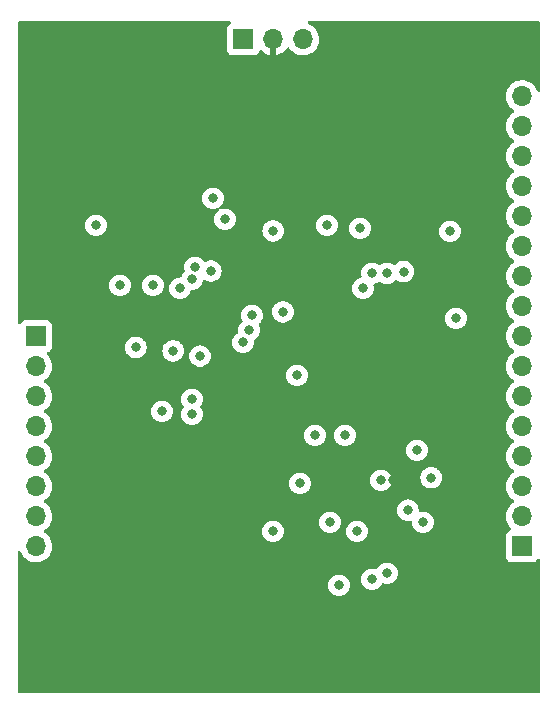
<source format=gbr>
%TF.GenerationSoftware,KiCad,Pcbnew,(6.0.0-0)*%
%TF.CreationDate,2022-03-20T10:25:08-04:00*%
%TF.ProjectId,ADC-Decoder-Controller,4144432d-4465-4636-9f64-65722d436f6e,rev?*%
%TF.SameCoordinates,Original*%
%TF.FileFunction,Copper,L2,Inr*%
%TF.FilePolarity,Positive*%
%FSLAX46Y46*%
G04 Gerber Fmt 4.6, Leading zero omitted, Abs format (unit mm)*
G04 Created by KiCad (PCBNEW (6.0.0-0)) date 2022-03-20 10:25:08*
%MOMM*%
%LPD*%
G01*
G04 APERTURE LIST*
%TA.AperFunction,ComponentPad*%
%ADD10R,1.700000X1.700000*%
%TD*%
%TA.AperFunction,ComponentPad*%
%ADD11O,1.700000X1.700000*%
%TD*%
%TA.AperFunction,ViaPad*%
%ADD12C,0.800000*%
%TD*%
G04 APERTURE END LIST*
D10*
%TO.N,~{OE}*%
%TO.C,J3*%
X107203000Y-69850000D03*
D11*
%TO.N,GND*%
X109743000Y-69850000D03*
%TO.N,+5V*%
X112283000Y-69850000D03*
%TD*%
D10*
%TO.N,~{A0_0}*%
%TO.C,J2*%
X130810000Y-112781000D03*
D11*
%TO.N,~{A0_1}*%
X130810000Y-110241000D03*
%TO.N,~{A0_2}*%
X130810000Y-107701000D03*
%TO.N,~{A0_GS}*%
X130810000Y-105161000D03*
%TO.N,~{A1_0}*%
X130810000Y-102621000D03*
%TO.N,~{A1_1}*%
X130810000Y-100081000D03*
%TO.N,~{A1_2}*%
X130810000Y-97541000D03*
%TO.N,~{A1_GS}*%
X130810000Y-95001000D03*
%TO.N,~{A2_0}*%
X130810000Y-92461000D03*
%TO.N,~{A2_1}*%
X130810000Y-89921000D03*
%TO.N,~{A2_2}*%
X130810000Y-87381000D03*
%TO.N,~{A2_GS}*%
X130810000Y-84841000D03*
%TO.N,~{A3_0}*%
X130810000Y-82301000D03*
%TO.N,~{A3_1}*%
X130810000Y-79761000D03*
%TO.N,~{A3_2}*%
X130810000Y-77221000D03*
%TO.N,~{A3_GS}*%
X130810000Y-74681000D03*
%TD*%
D10*
%TO.N,BUS0*%
%TO.C,J1*%
X89662000Y-94996000D03*
D11*
%TO.N,BUS1*%
X89662000Y-97536000D03*
%TO.N,BUS2*%
X89662000Y-100076000D03*
%TO.N,BUS3*%
X89662000Y-102616000D03*
%TO.N,BUS4*%
X89662000Y-105156000D03*
%TO.N,BUS5*%
X89662000Y-107696000D03*
%TO.N,BUS6*%
X89662000Y-110236000D03*
%TO.N,BUS7*%
X89662000Y-112776000D03*
%TD*%
D12*
%TO.N,~{ACTIVE}*%
X104648000Y-83312000D03*
X114300000Y-85598000D03*
%TO.N,D3*%
X105664000Y-85090000D03*
X104463320Y-89468721D03*
%TO.N,D2*%
X103546173Y-96678011D03*
X107188000Y-95504000D03*
%TO.N,D1*%
X107696000Y-94488000D03*
X101268184Y-96228500D03*
%TO.N,D0*%
X107945701Y-93222299D03*
X98109000Y-95947000D03*
%TO.N,~{A0_1}*%
X118110000Y-115570000D03*
%TO.N,~{A0_2}*%
X112014000Y-107442000D03*
%TO.N,~{A0_GS}*%
X119380000Y-89666299D03*
%TO.N,~{A1_1}*%
X122428000Y-110744000D03*
X116840000Y-111506000D03*
%TO.N,~{A1_2}*%
X113284000Y-103378000D03*
X123113500Y-106976500D03*
%TO.N,~{A1_GS}*%
X118110000Y-89662000D03*
X125222000Y-93472000D03*
%TO.N,~{A2_1}*%
X121150587Y-109721723D03*
X114554000Y-110744000D03*
%TO.N,~{A2_2}*%
X121920000Y-104648000D03*
X115824000Y-103378000D03*
%TO.N,~{A2_GS}*%
X124714000Y-86106000D03*
X117094000Y-85852000D03*
%TO.N,~{OE}*%
X100330000Y-101346000D03*
X102870000Y-101600000D03*
%TO.N,GND*%
X117094000Y-75692000D03*
X119888000Y-107188000D03*
X120904000Y-94742000D03*
X96266000Y-98552000D03*
X109728000Y-116332000D03*
X119380000Y-120396000D03*
X102616000Y-74422000D03*
X105410000Y-113284000D03*
X98044000Y-89154000D03*
X118110000Y-98298000D03*
X104648000Y-94488000D03*
X96012000Y-113284000D03*
X111252000Y-89408000D03*
X94742000Y-90170000D03*
%TO.N,+5V*%
X102870000Y-100330000D03*
X109734079Y-86068475D03*
X110570333Y-92926500D03*
X109728000Y-111506000D03*
X111760000Y-98298000D03*
X94742000Y-85598000D03*
%TO.N,Net-(U1-Pad6)*%
X96774000Y-90678000D03*
X115316000Y-116078000D03*
%TO.N,Net-(U1-Pad8)*%
X119380000Y-115062000D03*
X99568000Y-90678000D03*
%TO.N,Net-(U2-Pad6)*%
X118872000Y-107188000D03*
X101854000Y-90932000D03*
%TO.N,Net-(U3-Pad7)*%
X102870000Y-90170000D03*
X117348000Y-90932000D03*
%TO.N,Net-(U3-Pad9)*%
X120781299Y-89530701D03*
X103124000Y-89154000D03*
%TD*%
%TA.AperFunction,Conductor*%
%TO.N,GND*%
G36*
X106094260Y-68346002D02*
G01*
X106140753Y-68399658D01*
X106150857Y-68469932D01*
X106121363Y-68534512D01*
X106101705Y-68552825D01*
X105989739Y-68636739D01*
X105902385Y-68753295D01*
X105851255Y-68889684D01*
X105844500Y-68951866D01*
X105844500Y-70748134D01*
X105851255Y-70810316D01*
X105902385Y-70946705D01*
X105989739Y-71063261D01*
X106106295Y-71150615D01*
X106242684Y-71201745D01*
X106304866Y-71208500D01*
X108101134Y-71208500D01*
X108163316Y-71201745D01*
X108299705Y-71150615D01*
X108416261Y-71063261D01*
X108503615Y-70946705D01*
X108547798Y-70828848D01*
X108590440Y-70772084D01*
X108657001Y-70747384D01*
X108726350Y-70762592D01*
X108761017Y-70790580D01*
X108786218Y-70819673D01*
X108793580Y-70826883D01*
X108957434Y-70962916D01*
X108965881Y-70968831D01*
X109149756Y-71076279D01*
X109159042Y-71080729D01*
X109358001Y-71156703D01*
X109367899Y-71159579D01*
X109471250Y-71180606D01*
X109485299Y-71179410D01*
X109489000Y-71169065D01*
X109489000Y-69722000D01*
X109509002Y-69653879D01*
X109562658Y-69607386D01*
X109615000Y-69596000D01*
X109871000Y-69596000D01*
X109939121Y-69616002D01*
X109985614Y-69669658D01*
X109997000Y-69722000D01*
X109997000Y-71168517D01*
X110001064Y-71182359D01*
X110014478Y-71184393D01*
X110021184Y-71183534D01*
X110031262Y-71181392D01*
X110235255Y-71120191D01*
X110244842Y-71116433D01*
X110436095Y-71022739D01*
X110444945Y-71017464D01*
X110618328Y-70893792D01*
X110626200Y-70887139D01*
X110777052Y-70736812D01*
X110783730Y-70728965D01*
X110911022Y-70551819D01*
X110912279Y-70552722D01*
X110959373Y-70509362D01*
X111029311Y-70497145D01*
X111094751Y-70524678D01*
X111122579Y-70556511D01*
X111182987Y-70655088D01*
X111329250Y-70823938D01*
X111501126Y-70966632D01*
X111694000Y-71079338D01*
X111902692Y-71159030D01*
X111907760Y-71160061D01*
X111907763Y-71160062D01*
X112002862Y-71179410D01*
X112121597Y-71203567D01*
X112126772Y-71203757D01*
X112126774Y-71203757D01*
X112339673Y-71211564D01*
X112339677Y-71211564D01*
X112344837Y-71211753D01*
X112349957Y-71211097D01*
X112349959Y-71211097D01*
X112561288Y-71184025D01*
X112561289Y-71184025D01*
X112566416Y-71183368D01*
X112571366Y-71181883D01*
X112775429Y-71120661D01*
X112775434Y-71120659D01*
X112780384Y-71119174D01*
X112980994Y-71020896D01*
X113162860Y-70891173D01*
X113321096Y-70733489D01*
X113451453Y-70552077D01*
X113464995Y-70524678D01*
X113548136Y-70356453D01*
X113548137Y-70356451D01*
X113550430Y-70351811D01*
X113615370Y-70138069D01*
X113644529Y-69916590D01*
X113646156Y-69850000D01*
X113627852Y-69627361D01*
X113573431Y-69410702D01*
X113484354Y-69205840D01*
X113363014Y-69018277D01*
X113212670Y-68853051D01*
X113208619Y-68849852D01*
X113208615Y-68849848D01*
X113041414Y-68717800D01*
X113041410Y-68717798D01*
X113037359Y-68714598D01*
X113001028Y-68694542D01*
X112985136Y-68685769D01*
X112841789Y-68606638D01*
X112836920Y-68604914D01*
X112836916Y-68604912D01*
X112740509Y-68570773D01*
X112682973Y-68529179D01*
X112657057Y-68463081D01*
X112670991Y-68393465D01*
X112720350Y-68342434D01*
X112782569Y-68326000D01*
X132208000Y-68326000D01*
X132276121Y-68346002D01*
X132322614Y-68399658D01*
X132334000Y-68452000D01*
X132334000Y-74173106D01*
X132313998Y-74241227D01*
X132260342Y-74287720D01*
X132190068Y-74297824D01*
X132125488Y-74268330D01*
X132092451Y-74223349D01*
X132013419Y-74041590D01*
X132011354Y-74036840D01*
X131890014Y-73849277D01*
X131739670Y-73684051D01*
X131735619Y-73680852D01*
X131735615Y-73680848D01*
X131568414Y-73548800D01*
X131568410Y-73548798D01*
X131564359Y-73545598D01*
X131368789Y-73437638D01*
X131363920Y-73435914D01*
X131363916Y-73435912D01*
X131163087Y-73364795D01*
X131163083Y-73364794D01*
X131158212Y-73363069D01*
X131153119Y-73362162D01*
X131153116Y-73362161D01*
X130943373Y-73324800D01*
X130943367Y-73324799D01*
X130938284Y-73323894D01*
X130864452Y-73322992D01*
X130720081Y-73321228D01*
X130720079Y-73321228D01*
X130714911Y-73321165D01*
X130494091Y-73354955D01*
X130281756Y-73424357D01*
X130083607Y-73527507D01*
X130079474Y-73530610D01*
X130079471Y-73530612D01*
X130055247Y-73548800D01*
X129904965Y-73661635D01*
X129750629Y-73823138D01*
X129624743Y-74007680D01*
X129530688Y-74210305D01*
X129470989Y-74425570D01*
X129447251Y-74647695D01*
X129460110Y-74870715D01*
X129461247Y-74875761D01*
X129461248Y-74875767D01*
X129482275Y-74969069D01*
X129509222Y-75088639D01*
X129593266Y-75295616D01*
X129709987Y-75486088D01*
X129856250Y-75654938D01*
X130028126Y-75797632D01*
X130098595Y-75838811D01*
X130101445Y-75840476D01*
X130150169Y-75892114D01*
X130163240Y-75961897D01*
X130136509Y-76027669D01*
X130096055Y-76061027D01*
X130083607Y-76067507D01*
X130079474Y-76070610D01*
X130079471Y-76070612D01*
X130055247Y-76088800D01*
X129904965Y-76201635D01*
X129750629Y-76363138D01*
X129624743Y-76547680D01*
X129530688Y-76750305D01*
X129470989Y-76965570D01*
X129447251Y-77187695D01*
X129460110Y-77410715D01*
X129461247Y-77415761D01*
X129461248Y-77415767D01*
X129482275Y-77509069D01*
X129509222Y-77628639D01*
X129593266Y-77835616D01*
X129709987Y-78026088D01*
X129856250Y-78194938D01*
X130028126Y-78337632D01*
X130098595Y-78378811D01*
X130101445Y-78380476D01*
X130150169Y-78432114D01*
X130163240Y-78501897D01*
X130136509Y-78567669D01*
X130096055Y-78601027D01*
X130083607Y-78607507D01*
X130079474Y-78610610D01*
X130079471Y-78610612D01*
X130055247Y-78628800D01*
X129904965Y-78741635D01*
X129750629Y-78903138D01*
X129624743Y-79087680D01*
X129530688Y-79290305D01*
X129470989Y-79505570D01*
X129447251Y-79727695D01*
X129460110Y-79950715D01*
X129461247Y-79955761D01*
X129461248Y-79955767D01*
X129482275Y-80049069D01*
X129509222Y-80168639D01*
X129593266Y-80375616D01*
X129709987Y-80566088D01*
X129856250Y-80734938D01*
X130028126Y-80877632D01*
X130098595Y-80918811D01*
X130101445Y-80920476D01*
X130150169Y-80972114D01*
X130163240Y-81041897D01*
X130136509Y-81107669D01*
X130096055Y-81141027D01*
X130083607Y-81147507D01*
X130079474Y-81150610D01*
X130079471Y-81150612D01*
X130055247Y-81168800D01*
X129904965Y-81281635D01*
X129750629Y-81443138D01*
X129624743Y-81627680D01*
X129530688Y-81830305D01*
X129470989Y-82045570D01*
X129447251Y-82267695D01*
X129447548Y-82272848D01*
X129447548Y-82272851D01*
X129459812Y-82485547D01*
X129460110Y-82490715D01*
X129461247Y-82495761D01*
X129461248Y-82495767D01*
X129467783Y-82524763D01*
X129509222Y-82708639D01*
X129593266Y-82915616D01*
X129709987Y-83106088D01*
X129856250Y-83274938D01*
X130028126Y-83417632D01*
X130098595Y-83458811D01*
X130101445Y-83460476D01*
X130150169Y-83512114D01*
X130163240Y-83581897D01*
X130136509Y-83647669D01*
X130096055Y-83681027D01*
X130083607Y-83687507D01*
X130079474Y-83690610D01*
X130079471Y-83690612D01*
X130055247Y-83708800D01*
X129904965Y-83821635D01*
X129750629Y-83983138D01*
X129747715Y-83987410D01*
X129747714Y-83987411D01*
X129735404Y-84005457D01*
X129624743Y-84167680D01*
X129530688Y-84370305D01*
X129470989Y-84585570D01*
X129447251Y-84807695D01*
X129447548Y-84812848D01*
X129447548Y-84812851D01*
X129459812Y-85025547D01*
X129460110Y-85030715D01*
X129461247Y-85035761D01*
X129461248Y-85035767D01*
X129474950Y-85096565D01*
X129509222Y-85248639D01*
X129547461Y-85342811D01*
X129573961Y-85408072D01*
X129593266Y-85455616D01*
X129595965Y-85460020D01*
X129698256Y-85626944D01*
X129709987Y-85646088D01*
X129856250Y-85814938D01*
X130028126Y-85957632D01*
X130095716Y-85997128D01*
X130101445Y-86000476D01*
X130150169Y-86052114D01*
X130163240Y-86121897D01*
X130136509Y-86187669D01*
X130096055Y-86221027D01*
X130083607Y-86227507D01*
X130079474Y-86230610D01*
X130079471Y-86230612D01*
X129984117Y-86302206D01*
X129904965Y-86361635D01*
X129901393Y-86365373D01*
X129803162Y-86468166D01*
X129750629Y-86523138D01*
X129747715Y-86527410D01*
X129747714Y-86527411D01*
X129735404Y-86545457D01*
X129624743Y-86707680D01*
X129609003Y-86741590D01*
X129538611Y-86893237D01*
X129530688Y-86910305D01*
X129470989Y-87125570D01*
X129447251Y-87347695D01*
X129460110Y-87570715D01*
X129461247Y-87575761D01*
X129461248Y-87575767D01*
X129482275Y-87669069D01*
X129509222Y-87788639D01*
X129593266Y-87995616D01*
X129709987Y-88186088D01*
X129856250Y-88354938D01*
X130028126Y-88497632D01*
X130098595Y-88538811D01*
X130101445Y-88540476D01*
X130150169Y-88592114D01*
X130163240Y-88661897D01*
X130136509Y-88727669D01*
X130096055Y-88761027D01*
X130083607Y-88767507D01*
X130079474Y-88770610D01*
X130079471Y-88770612D01*
X129940755Y-88874763D01*
X129904965Y-88901635D01*
X129750629Y-89063138D01*
X129624743Y-89247680D01*
X129604893Y-89290444D01*
X129551254Y-89406000D01*
X129530688Y-89450305D01*
X129470989Y-89665570D01*
X129447251Y-89887695D01*
X129447548Y-89892848D01*
X129447548Y-89892851D01*
X129457627Y-90067645D01*
X129460110Y-90110715D01*
X129461247Y-90115761D01*
X129461248Y-90115767D01*
X129474052Y-90172580D01*
X129509222Y-90328639D01*
X129559767Y-90453118D01*
X129573961Y-90488072D01*
X129593266Y-90535616D01*
X129595965Y-90540020D01*
X129698256Y-90706944D01*
X129709987Y-90726088D01*
X129856250Y-90894938D01*
X130028126Y-91037632D01*
X130090091Y-91073841D01*
X130101445Y-91080476D01*
X130150169Y-91132114D01*
X130163240Y-91201897D01*
X130136509Y-91267669D01*
X130096055Y-91301027D01*
X130083607Y-91307507D01*
X130079474Y-91310610D01*
X130079471Y-91310612D01*
X130012695Y-91360749D01*
X129904965Y-91441635D01*
X129901393Y-91445373D01*
X129803162Y-91548166D01*
X129750629Y-91603138D01*
X129747715Y-91607410D01*
X129747714Y-91607411D01*
X129735404Y-91625457D01*
X129624743Y-91787680D01*
X129530688Y-91990305D01*
X129470989Y-92205570D01*
X129447251Y-92427695D01*
X129447548Y-92432848D01*
X129447548Y-92432851D01*
X129459812Y-92645547D01*
X129460110Y-92650715D01*
X129461247Y-92655761D01*
X129461248Y-92655767D01*
X129469205Y-92691073D01*
X129509222Y-92868639D01*
X129593266Y-93075616D01*
X129709987Y-93266088D01*
X129856250Y-93434938D01*
X130028126Y-93577632D01*
X130065682Y-93599578D01*
X130101445Y-93620476D01*
X130150169Y-93672114D01*
X130163240Y-93741897D01*
X130136509Y-93807669D01*
X130096055Y-93841027D01*
X130083607Y-93847507D01*
X130079474Y-93850610D01*
X130079471Y-93850612D01*
X129909100Y-93978530D01*
X129904965Y-93981635D01*
X129750629Y-94143138D01*
X129747715Y-94147410D01*
X129747714Y-94147411D01*
X129735404Y-94165457D01*
X129624743Y-94327680D01*
X129609003Y-94361590D01*
X129553373Y-94481435D01*
X129530688Y-94530305D01*
X129470989Y-94745570D01*
X129447251Y-94967695D01*
X129447548Y-94972848D01*
X129447548Y-94972851D01*
X129457947Y-95153197D01*
X129460110Y-95190715D01*
X129461247Y-95195761D01*
X129461248Y-95195767D01*
X129476682Y-95264251D01*
X129509222Y-95408639D01*
X129593266Y-95615616D01*
X129643306Y-95697274D01*
X129687573Y-95769511D01*
X129709987Y-95806088D01*
X129856250Y-95974938D01*
X130028126Y-96117632D01*
X130071891Y-96143206D01*
X130101445Y-96160476D01*
X130150169Y-96212114D01*
X130163240Y-96281897D01*
X130136509Y-96347669D01*
X130096055Y-96381027D01*
X130083607Y-96387507D01*
X130079474Y-96390610D01*
X130079471Y-96390612D01*
X129940911Y-96494646D01*
X129904965Y-96521635D01*
X129901393Y-96525373D01*
X129810053Y-96620955D01*
X129750629Y-96683138D01*
X129747715Y-96687410D01*
X129747714Y-96687411D01*
X129736209Y-96704277D01*
X129624743Y-96867680D01*
X129604519Y-96911249D01*
X129535184Y-97060620D01*
X129530688Y-97070305D01*
X129470989Y-97285570D01*
X129447251Y-97507695D01*
X129447548Y-97512848D01*
X129447548Y-97512851D01*
X129459812Y-97725547D01*
X129460110Y-97730715D01*
X129461247Y-97735761D01*
X129461248Y-97735767D01*
X129482265Y-97829023D01*
X129509222Y-97948639D01*
X129547316Y-98042453D01*
X129573961Y-98108072D01*
X129593266Y-98155616D01*
X129709987Y-98346088D01*
X129856250Y-98514938D01*
X129931213Y-98577173D01*
X130018123Y-98649327D01*
X130028126Y-98657632D01*
X130092889Y-98695476D01*
X130101445Y-98700476D01*
X130150169Y-98752114D01*
X130163240Y-98821897D01*
X130136509Y-98887669D01*
X130096055Y-98921027D01*
X130083607Y-98927507D01*
X130079474Y-98930610D01*
X130079471Y-98930612D01*
X129911624Y-99056635D01*
X129904965Y-99061635D01*
X129901393Y-99065373D01*
X129803162Y-99168166D01*
X129750629Y-99223138D01*
X129624743Y-99407680D01*
X129609003Y-99441590D01*
X129535184Y-99600620D01*
X129530688Y-99610305D01*
X129470989Y-99825570D01*
X129447251Y-100047695D01*
X129447548Y-100052848D01*
X129447548Y-100052851D01*
X129452914Y-100145908D01*
X129460110Y-100270715D01*
X129461247Y-100275761D01*
X129461248Y-100275767D01*
X129482265Y-100369023D01*
X129509222Y-100488639D01*
X129593266Y-100695616D01*
X129595965Y-100700020D01*
X129698256Y-100866944D01*
X129709987Y-100886088D01*
X129856250Y-101054938D01*
X129931213Y-101117173D01*
X130018123Y-101189327D01*
X130028126Y-101197632D01*
X130071061Y-101222721D01*
X130101445Y-101240476D01*
X130150169Y-101292114D01*
X130163240Y-101361897D01*
X130136509Y-101427669D01*
X130096055Y-101461027D01*
X130083607Y-101467507D01*
X130079474Y-101470610D01*
X130079471Y-101470612D01*
X129911624Y-101596635D01*
X129904965Y-101601635D01*
X129750629Y-101763138D01*
X129747715Y-101767410D01*
X129747714Y-101767411D01*
X129672803Y-101877226D01*
X129624743Y-101947680D01*
X129611004Y-101977279D01*
X129534612Y-102141852D01*
X129530688Y-102150305D01*
X129470989Y-102365570D01*
X129447251Y-102587695D01*
X129447548Y-102592848D01*
X129447548Y-102592851D01*
X129459812Y-102805547D01*
X129460110Y-102810715D01*
X129461247Y-102815761D01*
X129461248Y-102815767D01*
X129482265Y-102909023D01*
X129509222Y-103028639D01*
X129547316Y-103122453D01*
X129573961Y-103188072D01*
X129593266Y-103235616D01*
X129709987Y-103426088D01*
X129856250Y-103594938D01*
X129931213Y-103657173D01*
X130018123Y-103729327D01*
X130028126Y-103737632D01*
X130092889Y-103775476D01*
X130101445Y-103780476D01*
X130150169Y-103832114D01*
X130163240Y-103901897D01*
X130136509Y-103967669D01*
X130096055Y-104001027D01*
X130083607Y-104007507D01*
X130079474Y-104010610D01*
X130079471Y-104010612D01*
X129911624Y-104136635D01*
X129904965Y-104141635D01*
X129901393Y-104145373D01*
X129803162Y-104248166D01*
X129750629Y-104303138D01*
X129624743Y-104487680D01*
X129609003Y-104521590D01*
X129535184Y-104680620D01*
X129530688Y-104690305D01*
X129470989Y-104905570D01*
X129447251Y-105127695D01*
X129447548Y-105132848D01*
X129447548Y-105132851D01*
X129452914Y-105225908D01*
X129460110Y-105350715D01*
X129461247Y-105355761D01*
X129461248Y-105355767D01*
X129482265Y-105449023D01*
X129509222Y-105568639D01*
X129593266Y-105775616D01*
X129709987Y-105966088D01*
X129856250Y-106134938D01*
X129931213Y-106197173D01*
X130018123Y-106269327D01*
X130028126Y-106277632D01*
X130070760Y-106302545D01*
X130101445Y-106320476D01*
X130150169Y-106372114D01*
X130163240Y-106441897D01*
X130136509Y-106507669D01*
X130096055Y-106541027D01*
X130083607Y-106547507D01*
X130079474Y-106550610D01*
X130079471Y-106550612D01*
X129911624Y-106676635D01*
X129904965Y-106681635D01*
X129750629Y-106843138D01*
X129624743Y-107027680D01*
X129609003Y-107061590D01*
X129535184Y-107220620D01*
X129530688Y-107230305D01*
X129470989Y-107445570D01*
X129447251Y-107667695D01*
X129447548Y-107672848D01*
X129447548Y-107672851D01*
X129452914Y-107765908D01*
X129460110Y-107890715D01*
X129461247Y-107895761D01*
X129461248Y-107895767D01*
X129482265Y-107989023D01*
X129509222Y-108108639D01*
X129593266Y-108315616D01*
X129709987Y-108506088D01*
X129856250Y-108674938D01*
X129931213Y-108737173D01*
X130018123Y-108809327D01*
X130028126Y-108817632D01*
X130086182Y-108851557D01*
X130101445Y-108860476D01*
X130150169Y-108912114D01*
X130163240Y-108981897D01*
X130136509Y-109047669D01*
X130096055Y-109081027D01*
X130083607Y-109087507D01*
X130079474Y-109090610D01*
X130079471Y-109090612D01*
X129911624Y-109216635D01*
X129904965Y-109221635D01*
X129750629Y-109383138D01*
X129624743Y-109567680D01*
X129609003Y-109601590D01*
X129535184Y-109760620D01*
X129530688Y-109770305D01*
X129470989Y-109985570D01*
X129447251Y-110207695D01*
X129447548Y-110212848D01*
X129447548Y-110212851D01*
X129458090Y-110395678D01*
X129460110Y-110430715D01*
X129461247Y-110435761D01*
X129461248Y-110435767D01*
X129482265Y-110529023D01*
X129509222Y-110648639D01*
X129593266Y-110855616D01*
X129709987Y-111046088D01*
X129856250Y-111214938D01*
X129860230Y-111218242D01*
X129864981Y-111222187D01*
X129904616Y-111281090D01*
X129906113Y-111352071D01*
X129868997Y-111412593D01*
X129828724Y-111437112D01*
X129713295Y-111480385D01*
X129596739Y-111567739D01*
X129509385Y-111684295D01*
X129458255Y-111820684D01*
X129451500Y-111882866D01*
X129451500Y-113679134D01*
X129458255Y-113741316D01*
X129509385Y-113877705D01*
X129596739Y-113994261D01*
X129713295Y-114081615D01*
X129849684Y-114132745D01*
X129911866Y-114139500D01*
X131708134Y-114139500D01*
X131770316Y-114132745D01*
X131906705Y-114081615D01*
X132023261Y-113994261D01*
X132107175Y-113882296D01*
X132164033Y-113839781D01*
X132234852Y-113834755D01*
X132297145Y-113868815D01*
X132331135Y-113931146D01*
X132334000Y-113957861D01*
X132334000Y-125096000D01*
X132313998Y-125164121D01*
X132260342Y-125210614D01*
X132208000Y-125222000D01*
X88264000Y-125222000D01*
X88195879Y-125201998D01*
X88149386Y-125148342D01*
X88138000Y-125096000D01*
X88138000Y-116078000D01*
X114402496Y-116078000D01*
X114403186Y-116084565D01*
X114420863Y-116252749D01*
X114422458Y-116267928D01*
X114481473Y-116449556D01*
X114576960Y-116614944D01*
X114704747Y-116756866D01*
X114859248Y-116869118D01*
X114865276Y-116871802D01*
X114865278Y-116871803D01*
X115027681Y-116944109D01*
X115033712Y-116946794D01*
X115127112Y-116966647D01*
X115214056Y-116985128D01*
X115214061Y-116985128D01*
X115220513Y-116986500D01*
X115411487Y-116986500D01*
X115417939Y-116985128D01*
X115417944Y-116985128D01*
X115504888Y-116966647D01*
X115598288Y-116946794D01*
X115604319Y-116944109D01*
X115766722Y-116871803D01*
X115766724Y-116871802D01*
X115772752Y-116869118D01*
X115927253Y-116756866D01*
X116055040Y-116614944D01*
X116150527Y-116449556D01*
X116209542Y-116267928D01*
X116211138Y-116252749D01*
X116228814Y-116084565D01*
X116229504Y-116078000D01*
X116218888Y-115976990D01*
X116210232Y-115894635D01*
X116210232Y-115894633D01*
X116209542Y-115888072D01*
X116150527Y-115706444D01*
X116071751Y-115570000D01*
X117196496Y-115570000D01*
X117197186Y-115576565D01*
X117214863Y-115744749D01*
X117216458Y-115759928D01*
X117275473Y-115941556D01*
X117370960Y-116106944D01*
X117498747Y-116248866D01*
X117653248Y-116361118D01*
X117659276Y-116363802D01*
X117659278Y-116363803D01*
X117821681Y-116436109D01*
X117827712Y-116438794D01*
X117921113Y-116458647D01*
X118008056Y-116477128D01*
X118008061Y-116477128D01*
X118014513Y-116478500D01*
X118205487Y-116478500D01*
X118211939Y-116477128D01*
X118211944Y-116477128D01*
X118298887Y-116458647D01*
X118392288Y-116438794D01*
X118398319Y-116436109D01*
X118560722Y-116363803D01*
X118560724Y-116363802D01*
X118566752Y-116361118D01*
X118721253Y-116248866D01*
X118849040Y-116106944D01*
X118924069Y-115976990D01*
X118975451Y-115927997D01*
X119045165Y-115914561D01*
X119084438Y-115924884D01*
X119091676Y-115928107D01*
X119091679Y-115928108D01*
X119097712Y-115930794D01*
X119118775Y-115935271D01*
X119278056Y-115969128D01*
X119278061Y-115969128D01*
X119284513Y-115970500D01*
X119475487Y-115970500D01*
X119481939Y-115969128D01*
X119481944Y-115969128D01*
X119568888Y-115950647D01*
X119662288Y-115930794D01*
X119668323Y-115928107D01*
X119830722Y-115855803D01*
X119830724Y-115855802D01*
X119836752Y-115853118D01*
X119991253Y-115740866D01*
X120119040Y-115598944D01*
X120214527Y-115433556D01*
X120273542Y-115251928D01*
X120278177Y-115207834D01*
X120292814Y-115068565D01*
X120293504Y-115062000D01*
X120276062Y-114896045D01*
X120274232Y-114878635D01*
X120274232Y-114878633D01*
X120273542Y-114872072D01*
X120214527Y-114690444D01*
X120119040Y-114525056D01*
X119991253Y-114383134D01*
X119836752Y-114270882D01*
X119830724Y-114268198D01*
X119830722Y-114268197D01*
X119668319Y-114195891D01*
X119668318Y-114195891D01*
X119662288Y-114193206D01*
X119568887Y-114173353D01*
X119481944Y-114154872D01*
X119481939Y-114154872D01*
X119475487Y-114153500D01*
X119284513Y-114153500D01*
X119278061Y-114154872D01*
X119278056Y-114154872D01*
X119191113Y-114173353D01*
X119097712Y-114193206D01*
X119091682Y-114195891D01*
X119091681Y-114195891D01*
X118929278Y-114268197D01*
X118929276Y-114268198D01*
X118923248Y-114270882D01*
X118768747Y-114383134D01*
X118640960Y-114525056D01*
X118637659Y-114530774D01*
X118565931Y-114655010D01*
X118514549Y-114704003D01*
X118444835Y-114717439D01*
X118405562Y-114707116D01*
X118398324Y-114703893D01*
X118398321Y-114703892D01*
X118392288Y-114701206D01*
X118314733Y-114684721D01*
X118211944Y-114662872D01*
X118211939Y-114662872D01*
X118205487Y-114661500D01*
X118014513Y-114661500D01*
X118008061Y-114662872D01*
X118008056Y-114662872D01*
X117921113Y-114681353D01*
X117827712Y-114701206D01*
X117821682Y-114703891D01*
X117821681Y-114703891D01*
X117659278Y-114776197D01*
X117659276Y-114776198D01*
X117653248Y-114778882D01*
X117498747Y-114891134D01*
X117370960Y-115033056D01*
X117275473Y-115198444D01*
X117216458Y-115380072D01*
X117215768Y-115386633D01*
X117215768Y-115386635D01*
X117213938Y-115404045D01*
X117196496Y-115570000D01*
X116071751Y-115570000D01*
X116055040Y-115541056D01*
X115927253Y-115399134D01*
X115772752Y-115286882D01*
X115766724Y-115284198D01*
X115766722Y-115284197D01*
X115604319Y-115211891D01*
X115604318Y-115211891D01*
X115598288Y-115209206D01*
X115504887Y-115189353D01*
X115417944Y-115170872D01*
X115417939Y-115170872D01*
X115411487Y-115169500D01*
X115220513Y-115169500D01*
X115214061Y-115170872D01*
X115214056Y-115170872D01*
X115127113Y-115189353D01*
X115033712Y-115209206D01*
X115027682Y-115211891D01*
X115027681Y-115211891D01*
X114865278Y-115284197D01*
X114865276Y-115284198D01*
X114859248Y-115286882D01*
X114704747Y-115399134D01*
X114576960Y-115541056D01*
X114481473Y-115706444D01*
X114422458Y-115888072D01*
X114421768Y-115894633D01*
X114421768Y-115894635D01*
X114413112Y-115976990D01*
X114402496Y-116078000D01*
X88138000Y-116078000D01*
X88138000Y-113279118D01*
X88158002Y-113210997D01*
X88211658Y-113164504D01*
X88281932Y-113154400D01*
X88346512Y-113183894D01*
X88380743Y-113231714D01*
X88445266Y-113390616D01*
X88561987Y-113581088D01*
X88708250Y-113749938D01*
X88880126Y-113892632D01*
X89073000Y-114005338D01*
X89281692Y-114085030D01*
X89286760Y-114086061D01*
X89286763Y-114086062D01*
X89394017Y-114107883D01*
X89500597Y-114129567D01*
X89505772Y-114129757D01*
X89505774Y-114129757D01*
X89718673Y-114137564D01*
X89718677Y-114137564D01*
X89723837Y-114137753D01*
X89728957Y-114137097D01*
X89728959Y-114137097D01*
X89940288Y-114110025D01*
X89940289Y-114110025D01*
X89945416Y-114109368D01*
X89950366Y-114107883D01*
X90154429Y-114046661D01*
X90154434Y-114046659D01*
X90159384Y-114045174D01*
X90359994Y-113946896D01*
X90541860Y-113817173D01*
X90700096Y-113659489D01*
X90759594Y-113576689D01*
X90827435Y-113482277D01*
X90830453Y-113478077D01*
X90929430Y-113277811D01*
X90994370Y-113064069D01*
X91023529Y-112842590D01*
X91025156Y-112776000D01*
X91006852Y-112553361D01*
X90952431Y-112336702D01*
X90863354Y-112131840D01*
X90805845Y-112042944D01*
X90744822Y-111948617D01*
X90744820Y-111948614D01*
X90742014Y-111944277D01*
X90591670Y-111779051D01*
X90587619Y-111775852D01*
X90587615Y-111775848D01*
X90420414Y-111643800D01*
X90420410Y-111643798D01*
X90416359Y-111640598D01*
X90375053Y-111617796D01*
X90325084Y-111567364D01*
X90312031Y-111506000D01*
X108814496Y-111506000D01*
X108815186Y-111512565D01*
X108829894Y-111652500D01*
X108834458Y-111695928D01*
X108893473Y-111877556D01*
X108896776Y-111883278D01*
X108896777Y-111883279D01*
X108916903Y-111918138D01*
X108988960Y-112042944D01*
X108993378Y-112047851D01*
X108993379Y-112047852D01*
X109042746Y-112102680D01*
X109116747Y-112184866D01*
X109271248Y-112297118D01*
X109277276Y-112299802D01*
X109277278Y-112299803D01*
X109371426Y-112341720D01*
X109445712Y-112374794D01*
X109539112Y-112394647D01*
X109626056Y-112413128D01*
X109626061Y-112413128D01*
X109632513Y-112414500D01*
X109823487Y-112414500D01*
X109829939Y-112413128D01*
X109829944Y-112413128D01*
X109916888Y-112394647D01*
X110010288Y-112374794D01*
X110084574Y-112341720D01*
X110178722Y-112299803D01*
X110178724Y-112299802D01*
X110184752Y-112297118D01*
X110339253Y-112184866D01*
X110413254Y-112102680D01*
X110462621Y-112047852D01*
X110462622Y-112047851D01*
X110467040Y-112042944D01*
X110539097Y-111918138D01*
X110559223Y-111883279D01*
X110559224Y-111883278D01*
X110562527Y-111877556D01*
X110621542Y-111695928D01*
X110626107Y-111652500D01*
X110640814Y-111512565D01*
X110641504Y-111506000D01*
X110633438Y-111429255D01*
X110622232Y-111322635D01*
X110622232Y-111322633D01*
X110621542Y-111316072D01*
X110562527Y-111134444D01*
X110556780Y-111124489D01*
X110513767Y-111049990D01*
X110467040Y-110969056D01*
X110443649Y-110943077D01*
X110343675Y-110832045D01*
X110343674Y-110832044D01*
X110339253Y-110827134D01*
X110224829Y-110744000D01*
X113640496Y-110744000D01*
X113641186Y-110750565D01*
X113652165Y-110855020D01*
X113660458Y-110933928D01*
X113719473Y-111115556D01*
X113722776Y-111121278D01*
X113722777Y-111121279D01*
X113727074Y-111128721D01*
X113814960Y-111280944D01*
X113819378Y-111285851D01*
X113819379Y-111285852D01*
X113933497Y-111412593D01*
X113942747Y-111422866D01*
X114021915Y-111480385D01*
X114066207Y-111512565D01*
X114097248Y-111535118D01*
X114103276Y-111537802D01*
X114103278Y-111537803D01*
X114252272Y-111604139D01*
X114271712Y-111612794D01*
X114332016Y-111625612D01*
X114452056Y-111651128D01*
X114452061Y-111651128D01*
X114458513Y-111652500D01*
X114649487Y-111652500D01*
X114655939Y-111651128D01*
X114655944Y-111651128D01*
X114775984Y-111625612D01*
X114836288Y-111612794D01*
X114855728Y-111604139D01*
X115004722Y-111537803D01*
X115004724Y-111537802D01*
X115010752Y-111535118D01*
X115041794Y-111512565D01*
X115050830Y-111506000D01*
X115926496Y-111506000D01*
X115927186Y-111512565D01*
X115941894Y-111652500D01*
X115946458Y-111695928D01*
X116005473Y-111877556D01*
X116008776Y-111883278D01*
X116008777Y-111883279D01*
X116028903Y-111918138D01*
X116100960Y-112042944D01*
X116105378Y-112047851D01*
X116105379Y-112047852D01*
X116154746Y-112102680D01*
X116228747Y-112184866D01*
X116383248Y-112297118D01*
X116389276Y-112299802D01*
X116389278Y-112299803D01*
X116483426Y-112341720D01*
X116557712Y-112374794D01*
X116651112Y-112394647D01*
X116738056Y-112413128D01*
X116738061Y-112413128D01*
X116744513Y-112414500D01*
X116935487Y-112414500D01*
X116941939Y-112413128D01*
X116941944Y-112413128D01*
X117028888Y-112394647D01*
X117122288Y-112374794D01*
X117196574Y-112341720D01*
X117290722Y-112299803D01*
X117290724Y-112299802D01*
X117296752Y-112297118D01*
X117451253Y-112184866D01*
X117525254Y-112102680D01*
X117574621Y-112047852D01*
X117574622Y-112047851D01*
X117579040Y-112042944D01*
X117651097Y-111918138D01*
X117671223Y-111883279D01*
X117671224Y-111883278D01*
X117674527Y-111877556D01*
X117733542Y-111695928D01*
X117738107Y-111652500D01*
X117752814Y-111512565D01*
X117753504Y-111506000D01*
X117745438Y-111429255D01*
X117734232Y-111322635D01*
X117734232Y-111322633D01*
X117733542Y-111316072D01*
X117674527Y-111134444D01*
X117668780Y-111124489D01*
X117625767Y-111049990D01*
X117579040Y-110969056D01*
X117555649Y-110943077D01*
X117455675Y-110832045D01*
X117455674Y-110832044D01*
X117451253Y-110827134D01*
X117328311Y-110737811D01*
X117302094Y-110718763D01*
X117302093Y-110718762D01*
X117296752Y-110714882D01*
X117290724Y-110712198D01*
X117290722Y-110712197D01*
X117128319Y-110639891D01*
X117128318Y-110639891D01*
X117122288Y-110637206D01*
X117014995Y-110614400D01*
X116941944Y-110598872D01*
X116941939Y-110598872D01*
X116935487Y-110597500D01*
X116744513Y-110597500D01*
X116738061Y-110598872D01*
X116738056Y-110598872D01*
X116665005Y-110614400D01*
X116557712Y-110637206D01*
X116551682Y-110639891D01*
X116551681Y-110639891D01*
X116389278Y-110712197D01*
X116389276Y-110712198D01*
X116383248Y-110714882D01*
X116377907Y-110718762D01*
X116377906Y-110718763D01*
X116351689Y-110737811D01*
X116228747Y-110827134D01*
X116224326Y-110832044D01*
X116224325Y-110832045D01*
X116124352Y-110943077D01*
X116100960Y-110969056D01*
X116054233Y-111049990D01*
X116011221Y-111124489D01*
X116005473Y-111134444D01*
X115946458Y-111316072D01*
X115945768Y-111322633D01*
X115945768Y-111322635D01*
X115934562Y-111429255D01*
X115926496Y-111506000D01*
X115050830Y-111506000D01*
X115086085Y-111480385D01*
X115165253Y-111422866D01*
X115174503Y-111412593D01*
X115288621Y-111285852D01*
X115288622Y-111285851D01*
X115293040Y-111280944D01*
X115380926Y-111128721D01*
X115385223Y-111121279D01*
X115385224Y-111121278D01*
X115388527Y-111115556D01*
X115447542Y-110933928D01*
X115455836Y-110855020D01*
X115466814Y-110750565D01*
X115467504Y-110744000D01*
X115456280Y-110637206D01*
X115448232Y-110560635D01*
X115448232Y-110560633D01*
X115447542Y-110554072D01*
X115388527Y-110372444D01*
X115293040Y-110207056D01*
X115165253Y-110065134D01*
X115010752Y-109952882D01*
X115004724Y-109950198D01*
X115004722Y-109950197D01*
X114842319Y-109877891D01*
X114842318Y-109877891D01*
X114836288Y-109875206D01*
X114741227Y-109855000D01*
X114655944Y-109836872D01*
X114655939Y-109836872D01*
X114649487Y-109835500D01*
X114458513Y-109835500D01*
X114452061Y-109836872D01*
X114452056Y-109836872D01*
X114366773Y-109855000D01*
X114271712Y-109875206D01*
X114265682Y-109877891D01*
X114265681Y-109877891D01*
X114103278Y-109950197D01*
X114103276Y-109950198D01*
X114097248Y-109952882D01*
X113942747Y-110065134D01*
X113814960Y-110207056D01*
X113719473Y-110372444D01*
X113660458Y-110554072D01*
X113659768Y-110560633D01*
X113659768Y-110560635D01*
X113651720Y-110637206D01*
X113640496Y-110744000D01*
X110224829Y-110744000D01*
X110216311Y-110737811D01*
X110190094Y-110718763D01*
X110190093Y-110718762D01*
X110184752Y-110714882D01*
X110178724Y-110712198D01*
X110178722Y-110712197D01*
X110016319Y-110639891D01*
X110016318Y-110639891D01*
X110010288Y-110637206D01*
X109902995Y-110614400D01*
X109829944Y-110598872D01*
X109829939Y-110598872D01*
X109823487Y-110597500D01*
X109632513Y-110597500D01*
X109626061Y-110598872D01*
X109626056Y-110598872D01*
X109553005Y-110614400D01*
X109445712Y-110637206D01*
X109439682Y-110639891D01*
X109439681Y-110639891D01*
X109277278Y-110712197D01*
X109277276Y-110712198D01*
X109271248Y-110714882D01*
X109265907Y-110718762D01*
X109265906Y-110718763D01*
X109239689Y-110737811D01*
X109116747Y-110827134D01*
X109112326Y-110832044D01*
X109112325Y-110832045D01*
X109012352Y-110943077D01*
X108988960Y-110969056D01*
X108942233Y-111049990D01*
X108899221Y-111124489D01*
X108893473Y-111134444D01*
X108834458Y-111316072D01*
X108833768Y-111322633D01*
X108833768Y-111322635D01*
X108822562Y-111429255D01*
X108814496Y-111506000D01*
X90312031Y-111506000D01*
X90310312Y-111497921D01*
X90335428Y-111431516D01*
X90362780Y-111404909D01*
X90429060Y-111357632D01*
X90541860Y-111277173D01*
X90597039Y-111222187D01*
X90623209Y-111196107D01*
X90700096Y-111119489D01*
X90759594Y-111036689D01*
X90827435Y-110942277D01*
X90830453Y-110938077D01*
X90873574Y-110850829D01*
X90927136Y-110742453D01*
X90927137Y-110742451D01*
X90929430Y-110737811D01*
X90973765Y-110591889D01*
X90992865Y-110529023D01*
X90992865Y-110529021D01*
X90994370Y-110524069D01*
X91023529Y-110302590D01*
X91025156Y-110236000D01*
X91006852Y-110013361D01*
X90952431Y-109796702D01*
X90919829Y-109721723D01*
X120237083Y-109721723D01*
X120237773Y-109728288D01*
X120253215Y-109875206D01*
X120257045Y-109911651D01*
X120316060Y-110093279D01*
X120411547Y-110258667D01*
X120539334Y-110400589D01*
X120693835Y-110512841D01*
X120699863Y-110515525D01*
X120699865Y-110515526D01*
X120862268Y-110587832D01*
X120868299Y-110590517D01*
X120961699Y-110610370D01*
X121048643Y-110628851D01*
X121048648Y-110628851D01*
X121055100Y-110630223D01*
X121246074Y-110630223D01*
X121252526Y-110628851D01*
X121252531Y-110628851D01*
X121328479Y-110612707D01*
X121363228Y-110605321D01*
X121434018Y-110610723D01*
X121490650Y-110653540D01*
X121515144Y-110720177D01*
X121514941Y-110730830D01*
X121515186Y-110730830D01*
X121515186Y-110737435D01*
X121514496Y-110744000D01*
X121515186Y-110750565D01*
X121526165Y-110855020D01*
X121534458Y-110933928D01*
X121593473Y-111115556D01*
X121596776Y-111121278D01*
X121596777Y-111121279D01*
X121601074Y-111128721D01*
X121688960Y-111280944D01*
X121693378Y-111285851D01*
X121693379Y-111285852D01*
X121807497Y-111412593D01*
X121816747Y-111422866D01*
X121895915Y-111480385D01*
X121940207Y-111512565D01*
X121971248Y-111535118D01*
X121977276Y-111537802D01*
X121977278Y-111537803D01*
X122126272Y-111604139D01*
X122145712Y-111612794D01*
X122206016Y-111625612D01*
X122326056Y-111651128D01*
X122326061Y-111651128D01*
X122332513Y-111652500D01*
X122523487Y-111652500D01*
X122529939Y-111651128D01*
X122529944Y-111651128D01*
X122649984Y-111625612D01*
X122710288Y-111612794D01*
X122729728Y-111604139D01*
X122878722Y-111537803D01*
X122878724Y-111537802D01*
X122884752Y-111535118D01*
X122915794Y-111512565D01*
X122960085Y-111480385D01*
X123039253Y-111422866D01*
X123048503Y-111412593D01*
X123162621Y-111285852D01*
X123162622Y-111285851D01*
X123167040Y-111280944D01*
X123254926Y-111128721D01*
X123259223Y-111121279D01*
X123259224Y-111121278D01*
X123262527Y-111115556D01*
X123321542Y-110933928D01*
X123329836Y-110855020D01*
X123340814Y-110750565D01*
X123341504Y-110744000D01*
X123330280Y-110637206D01*
X123322232Y-110560635D01*
X123322232Y-110560633D01*
X123321542Y-110554072D01*
X123262527Y-110372444D01*
X123167040Y-110207056D01*
X123039253Y-110065134D01*
X122884752Y-109952882D01*
X122878724Y-109950198D01*
X122878722Y-109950197D01*
X122716319Y-109877891D01*
X122716318Y-109877891D01*
X122710288Y-109875206D01*
X122615227Y-109855000D01*
X122529944Y-109836872D01*
X122529939Y-109836872D01*
X122523487Y-109835500D01*
X122332513Y-109835500D01*
X122326061Y-109836872D01*
X122326056Y-109836872D01*
X122250108Y-109853016D01*
X122215359Y-109860402D01*
X122144569Y-109855000D01*
X122087937Y-109812183D01*
X122063443Y-109745546D01*
X122063646Y-109734893D01*
X122063401Y-109734893D01*
X122063401Y-109728288D01*
X122064091Y-109721723D01*
X122051465Y-109601590D01*
X122044819Y-109538358D01*
X122044819Y-109538356D01*
X122044129Y-109531795D01*
X121985114Y-109350167D01*
X121889627Y-109184779D01*
X121796209Y-109081027D01*
X121766262Y-109047768D01*
X121766261Y-109047767D01*
X121761840Y-109042857D01*
X121607339Y-108930605D01*
X121601311Y-108927921D01*
X121601309Y-108927920D01*
X121438906Y-108855614D01*
X121438905Y-108855614D01*
X121432875Y-108852929D01*
X121339475Y-108833076D01*
X121252531Y-108814595D01*
X121252526Y-108814595D01*
X121246074Y-108813223D01*
X121055100Y-108813223D01*
X121048648Y-108814595D01*
X121048643Y-108814595D01*
X120961699Y-108833076D01*
X120868299Y-108852929D01*
X120862269Y-108855614D01*
X120862268Y-108855614D01*
X120699865Y-108927920D01*
X120699863Y-108927921D01*
X120693835Y-108930605D01*
X120539334Y-109042857D01*
X120534913Y-109047767D01*
X120534912Y-109047768D01*
X120504966Y-109081027D01*
X120411547Y-109184779D01*
X120316060Y-109350167D01*
X120257045Y-109531795D01*
X120256355Y-109538356D01*
X120256355Y-109538358D01*
X120249709Y-109601590D01*
X120237083Y-109721723D01*
X90919829Y-109721723D01*
X90863354Y-109591840D01*
X90820448Y-109525517D01*
X90744822Y-109408617D01*
X90744820Y-109408614D01*
X90742014Y-109404277D01*
X90591670Y-109239051D01*
X90587619Y-109235852D01*
X90587615Y-109235848D01*
X90420414Y-109103800D01*
X90420410Y-109103798D01*
X90416359Y-109100598D01*
X90375053Y-109077796D01*
X90325084Y-109027364D01*
X90310312Y-108957921D01*
X90335428Y-108891516D01*
X90362780Y-108864909D01*
X90429060Y-108817632D01*
X90541860Y-108737173D01*
X90700096Y-108579489D01*
X90759594Y-108496689D01*
X90827435Y-108402277D01*
X90830453Y-108398077D01*
X90873574Y-108310829D01*
X90927136Y-108202453D01*
X90927137Y-108202451D01*
X90929430Y-108197811D01*
X90994370Y-107984069D01*
X91023529Y-107762590D01*
X91025156Y-107696000D01*
X91006852Y-107473361D01*
X90998975Y-107442000D01*
X111100496Y-107442000D01*
X111120458Y-107631928D01*
X111179473Y-107813556D01*
X111274960Y-107978944D01*
X111279378Y-107983851D01*
X111279379Y-107983852D01*
X111377088Y-108092369D01*
X111402747Y-108120866D01*
X111557248Y-108233118D01*
X111563276Y-108235802D01*
X111563278Y-108235803D01*
X111720560Y-108305829D01*
X111731712Y-108310794D01*
X111825113Y-108330647D01*
X111912056Y-108349128D01*
X111912061Y-108349128D01*
X111918513Y-108350500D01*
X112109487Y-108350500D01*
X112115939Y-108349128D01*
X112115944Y-108349128D01*
X112202887Y-108330647D01*
X112296288Y-108310794D01*
X112307440Y-108305829D01*
X112464722Y-108235803D01*
X112464724Y-108235802D01*
X112470752Y-108233118D01*
X112625253Y-108120866D01*
X112650912Y-108092369D01*
X112748621Y-107983852D01*
X112748622Y-107983851D01*
X112753040Y-107978944D01*
X112848527Y-107813556D01*
X112907542Y-107631928D01*
X112927504Y-107442000D01*
X112913391Y-107307720D01*
X112908232Y-107258635D01*
X112908232Y-107258633D01*
X112907542Y-107252072D01*
X112886724Y-107188000D01*
X117958496Y-107188000D01*
X117959186Y-107194565D01*
X117969750Y-107295072D01*
X117978458Y-107377928D01*
X118037473Y-107559556D01*
X118132960Y-107724944D01*
X118137378Y-107729851D01*
X118137379Y-107729852D01*
X118242559Y-107846666D01*
X118260747Y-107866866D01*
X118415248Y-107979118D01*
X118421276Y-107981802D01*
X118421278Y-107981803D01*
X118437598Y-107989069D01*
X118589712Y-108056794D01*
X118683113Y-108076647D01*
X118770056Y-108095128D01*
X118770061Y-108095128D01*
X118776513Y-108096500D01*
X118967487Y-108096500D01*
X118973939Y-108095128D01*
X118973944Y-108095128D01*
X119060887Y-108076647D01*
X119154288Y-108056794D01*
X119306402Y-107989069D01*
X119322722Y-107981803D01*
X119322724Y-107981802D01*
X119328752Y-107979118D01*
X119483253Y-107866866D01*
X119501441Y-107846666D01*
X119606621Y-107729852D01*
X119606622Y-107729851D01*
X119611040Y-107724944D01*
X119706527Y-107559556D01*
X119765542Y-107377928D01*
X119774251Y-107295072D01*
X119784814Y-107194565D01*
X119785504Y-107188000D01*
X119771719Y-107056840D01*
X119766232Y-107004635D01*
X119766232Y-107004633D01*
X119765542Y-106998072D01*
X119758533Y-106976500D01*
X122199996Y-106976500D01*
X122219958Y-107166428D01*
X122278973Y-107348056D01*
X122374460Y-107513444D01*
X122502247Y-107655366D01*
X122558175Y-107696000D01*
X122649828Y-107762590D01*
X122656748Y-107767618D01*
X122662776Y-107770302D01*
X122662778Y-107770303D01*
X122772781Y-107819279D01*
X122831212Y-107845294D01*
X122924612Y-107865147D01*
X123011556Y-107883628D01*
X123011561Y-107883628D01*
X123018013Y-107885000D01*
X123208987Y-107885000D01*
X123215439Y-107883628D01*
X123215444Y-107883628D01*
X123302388Y-107865147D01*
X123395788Y-107845294D01*
X123454219Y-107819279D01*
X123564222Y-107770303D01*
X123564224Y-107770302D01*
X123570252Y-107767618D01*
X123577173Y-107762590D01*
X123668825Y-107696000D01*
X123724753Y-107655366D01*
X123852540Y-107513444D01*
X123948027Y-107348056D01*
X124007042Y-107166428D01*
X124027004Y-106976500D01*
X124014808Y-106860457D01*
X124007732Y-106793135D01*
X124007732Y-106793133D01*
X124007042Y-106786572D01*
X123948027Y-106604944D01*
X123924273Y-106563800D01*
X123880142Y-106487364D01*
X123852540Y-106439556D01*
X123844093Y-106430174D01*
X123729175Y-106302545D01*
X123729174Y-106302544D01*
X123724753Y-106297634D01*
X123586481Y-106197173D01*
X123575594Y-106189263D01*
X123575593Y-106189262D01*
X123570252Y-106185382D01*
X123564224Y-106182698D01*
X123564222Y-106182697D01*
X123401819Y-106110391D01*
X123401818Y-106110391D01*
X123395788Y-106107706D01*
X123302388Y-106087853D01*
X123215444Y-106069372D01*
X123215439Y-106069372D01*
X123208987Y-106068000D01*
X123018013Y-106068000D01*
X123011561Y-106069372D01*
X123011556Y-106069372D01*
X122924613Y-106087853D01*
X122831212Y-106107706D01*
X122825182Y-106110391D01*
X122825181Y-106110391D01*
X122662778Y-106182697D01*
X122662776Y-106182698D01*
X122656748Y-106185382D01*
X122651407Y-106189262D01*
X122651406Y-106189263D01*
X122640519Y-106197173D01*
X122502247Y-106297634D01*
X122497826Y-106302544D01*
X122497825Y-106302545D01*
X122382908Y-106430174D01*
X122374460Y-106439556D01*
X122346858Y-106487364D01*
X122302728Y-106563800D01*
X122278973Y-106604944D01*
X122219958Y-106786572D01*
X122219268Y-106793133D01*
X122219268Y-106793135D01*
X122212192Y-106860457D01*
X122199996Y-106976500D01*
X119758533Y-106976500D01*
X119706527Y-106816444D01*
X119611040Y-106651056D01*
X119536977Y-106568800D01*
X119487675Y-106514045D01*
X119487674Y-106514044D01*
X119483253Y-106509134D01*
X119371303Y-106427797D01*
X119334094Y-106400763D01*
X119334093Y-106400762D01*
X119328752Y-106396882D01*
X119322724Y-106394198D01*
X119322722Y-106394197D01*
X119160319Y-106321891D01*
X119160318Y-106321891D01*
X119154288Y-106319206D01*
X119052800Y-106297634D01*
X118973944Y-106280872D01*
X118973939Y-106280872D01*
X118967487Y-106279500D01*
X118776513Y-106279500D01*
X118770061Y-106280872D01*
X118770056Y-106280872D01*
X118691200Y-106297634D01*
X118589712Y-106319206D01*
X118583682Y-106321891D01*
X118583681Y-106321891D01*
X118421278Y-106394197D01*
X118421276Y-106394198D01*
X118415248Y-106396882D01*
X118409907Y-106400762D01*
X118409906Y-106400763D01*
X118372697Y-106427797D01*
X118260747Y-106509134D01*
X118256326Y-106514044D01*
X118256325Y-106514045D01*
X118207024Y-106568800D01*
X118132960Y-106651056D01*
X118037473Y-106816444D01*
X117978458Y-106998072D01*
X117977768Y-107004633D01*
X117977768Y-107004635D01*
X117972281Y-107056840D01*
X117958496Y-107188000D01*
X112886724Y-107188000D01*
X112848527Y-107070444D01*
X112840529Y-107056590D01*
X112756341Y-106910774D01*
X112753040Y-106905056D01*
X112720825Y-106869277D01*
X112629675Y-106768045D01*
X112629674Y-106768044D01*
X112625253Y-106763134D01*
X112470752Y-106650882D01*
X112464724Y-106648198D01*
X112464722Y-106648197D01*
X112302319Y-106575891D01*
X112302318Y-106575891D01*
X112296288Y-106573206D01*
X112202887Y-106553353D01*
X112115944Y-106534872D01*
X112115939Y-106534872D01*
X112109487Y-106533500D01*
X111918513Y-106533500D01*
X111912061Y-106534872D01*
X111912056Y-106534872D01*
X111825112Y-106553353D01*
X111731712Y-106573206D01*
X111725682Y-106575891D01*
X111725681Y-106575891D01*
X111563278Y-106648197D01*
X111563276Y-106648198D01*
X111557248Y-106650882D01*
X111402747Y-106763134D01*
X111398326Y-106768044D01*
X111398325Y-106768045D01*
X111307176Y-106869277D01*
X111274960Y-106905056D01*
X111271659Y-106910774D01*
X111187472Y-107056590D01*
X111179473Y-107070444D01*
X111120458Y-107252072D01*
X111119768Y-107258633D01*
X111119768Y-107258635D01*
X111114609Y-107307720D01*
X111100496Y-107442000D01*
X90998975Y-107442000D01*
X90952431Y-107256702D01*
X90863354Y-107051840D01*
X90765220Y-106900148D01*
X90744822Y-106868617D01*
X90744820Y-106868614D01*
X90742014Y-106864277D01*
X90591670Y-106699051D01*
X90587619Y-106695852D01*
X90587615Y-106695848D01*
X90420414Y-106563800D01*
X90420410Y-106563798D01*
X90416359Y-106560598D01*
X90375053Y-106537796D01*
X90325084Y-106487364D01*
X90310312Y-106417921D01*
X90335428Y-106351516D01*
X90362780Y-106324909D01*
X90429060Y-106277632D01*
X90541860Y-106197173D01*
X90700096Y-106039489D01*
X90759594Y-105956689D01*
X90827435Y-105862277D01*
X90830453Y-105858077D01*
X90873574Y-105770829D01*
X90927136Y-105662453D01*
X90927137Y-105662451D01*
X90929430Y-105657811D01*
X90994370Y-105444069D01*
X91023529Y-105222590D01*
X91025156Y-105156000D01*
X91006852Y-104933361D01*
X90952431Y-104716702D01*
X90922558Y-104648000D01*
X121006496Y-104648000D01*
X121007186Y-104654565D01*
X121017750Y-104755072D01*
X121026458Y-104837928D01*
X121085473Y-105019556D01*
X121180960Y-105184944D01*
X121185378Y-105189851D01*
X121185379Y-105189852D01*
X121304325Y-105321955D01*
X121308747Y-105326866D01*
X121463248Y-105439118D01*
X121469276Y-105441802D01*
X121469278Y-105441803D01*
X121485598Y-105449069D01*
X121637712Y-105516794D01*
X121731113Y-105536647D01*
X121818056Y-105555128D01*
X121818061Y-105555128D01*
X121824513Y-105556500D01*
X122015487Y-105556500D01*
X122021939Y-105555128D01*
X122021944Y-105555128D01*
X122108888Y-105536647D01*
X122202288Y-105516794D01*
X122354402Y-105449069D01*
X122370722Y-105441803D01*
X122370724Y-105441802D01*
X122376752Y-105439118D01*
X122531253Y-105326866D01*
X122535675Y-105321955D01*
X122654621Y-105189852D01*
X122654622Y-105189851D01*
X122659040Y-105184944D01*
X122754527Y-105019556D01*
X122813542Y-104837928D01*
X122822251Y-104755072D01*
X122832814Y-104654565D01*
X122833504Y-104648000D01*
X122819719Y-104516840D01*
X122814232Y-104464635D01*
X122814232Y-104464633D01*
X122813542Y-104458072D01*
X122754527Y-104276444D01*
X122659040Y-104111056D01*
X122613744Y-104060749D01*
X122535675Y-103974045D01*
X122535674Y-103974044D01*
X122531253Y-103969134D01*
X122419303Y-103887797D01*
X122382094Y-103860763D01*
X122382093Y-103860762D01*
X122376752Y-103856882D01*
X122370724Y-103854198D01*
X122370722Y-103854197D01*
X122208319Y-103781891D01*
X122208318Y-103781891D01*
X122202288Y-103779206D01*
X122089721Y-103755279D01*
X122021944Y-103740872D01*
X122021939Y-103740872D01*
X122015487Y-103739500D01*
X121824513Y-103739500D01*
X121818061Y-103740872D01*
X121818056Y-103740872D01*
X121750279Y-103755279D01*
X121637712Y-103779206D01*
X121631682Y-103781891D01*
X121631681Y-103781891D01*
X121469278Y-103854197D01*
X121469276Y-103854198D01*
X121463248Y-103856882D01*
X121457907Y-103860762D01*
X121457906Y-103860763D01*
X121420697Y-103887797D01*
X121308747Y-103969134D01*
X121304326Y-103974044D01*
X121304325Y-103974045D01*
X121226257Y-104060749D01*
X121180960Y-104111056D01*
X121085473Y-104276444D01*
X121026458Y-104458072D01*
X121025768Y-104464633D01*
X121025768Y-104464635D01*
X121020281Y-104516840D01*
X121006496Y-104648000D01*
X90922558Y-104648000D01*
X90863354Y-104511840D01*
X90823906Y-104450862D01*
X90744822Y-104328617D01*
X90744820Y-104328614D01*
X90742014Y-104324277D01*
X90591670Y-104159051D01*
X90587619Y-104155852D01*
X90587615Y-104155848D01*
X90420414Y-104023800D01*
X90420410Y-104023798D01*
X90416359Y-104020598D01*
X90375053Y-103997796D01*
X90325084Y-103947364D01*
X90310312Y-103877921D01*
X90335428Y-103811516D01*
X90362780Y-103784909D01*
X90429060Y-103737632D01*
X90541860Y-103657173D01*
X90700096Y-103499489D01*
X90759594Y-103416689D01*
X90787394Y-103378000D01*
X112370496Y-103378000D01*
X112390458Y-103567928D01*
X112449473Y-103749556D01*
X112544960Y-103914944D01*
X112549378Y-103919851D01*
X112549379Y-103919852D01*
X112642974Y-104023800D01*
X112672747Y-104056866D01*
X112740578Y-104106148D01*
X112778266Y-104133530D01*
X112827248Y-104169118D01*
X112833276Y-104171802D01*
X112833278Y-104171803D01*
X112995681Y-104244109D01*
X113001712Y-104246794D01*
X113095112Y-104266647D01*
X113182056Y-104285128D01*
X113182061Y-104285128D01*
X113188513Y-104286500D01*
X113379487Y-104286500D01*
X113385939Y-104285128D01*
X113385944Y-104285128D01*
X113472887Y-104266647D01*
X113566288Y-104246794D01*
X113572319Y-104244109D01*
X113734722Y-104171803D01*
X113734724Y-104171802D01*
X113740752Y-104169118D01*
X113789735Y-104133530D01*
X113827422Y-104106148D01*
X113895253Y-104056866D01*
X113925026Y-104023800D01*
X114018621Y-103919852D01*
X114018622Y-103919851D01*
X114023040Y-103914944D01*
X114118527Y-103749556D01*
X114177542Y-103567928D01*
X114197504Y-103378000D01*
X114910496Y-103378000D01*
X114930458Y-103567928D01*
X114989473Y-103749556D01*
X115084960Y-103914944D01*
X115089378Y-103919851D01*
X115089379Y-103919852D01*
X115182974Y-104023800D01*
X115212747Y-104056866D01*
X115280578Y-104106148D01*
X115318266Y-104133530D01*
X115367248Y-104169118D01*
X115373276Y-104171802D01*
X115373278Y-104171803D01*
X115535681Y-104244109D01*
X115541712Y-104246794D01*
X115635112Y-104266647D01*
X115722056Y-104285128D01*
X115722061Y-104285128D01*
X115728513Y-104286500D01*
X115919487Y-104286500D01*
X115925939Y-104285128D01*
X115925944Y-104285128D01*
X116012887Y-104266647D01*
X116106288Y-104246794D01*
X116112319Y-104244109D01*
X116274722Y-104171803D01*
X116274724Y-104171802D01*
X116280752Y-104169118D01*
X116329735Y-104133530D01*
X116367422Y-104106148D01*
X116435253Y-104056866D01*
X116465026Y-104023800D01*
X116558621Y-103919852D01*
X116558622Y-103919851D01*
X116563040Y-103914944D01*
X116658527Y-103749556D01*
X116717542Y-103567928D01*
X116737504Y-103378000D01*
X116722539Y-103235616D01*
X116718232Y-103194635D01*
X116718232Y-103194633D01*
X116717542Y-103188072D01*
X116658527Y-103006444D01*
X116651574Y-102994400D01*
X116566341Y-102846774D01*
X116563040Y-102841056D01*
X116435253Y-102699134D01*
X116280752Y-102586882D01*
X116274724Y-102584198D01*
X116274722Y-102584197D01*
X116112319Y-102511891D01*
X116112318Y-102511891D01*
X116106288Y-102509206D01*
X116012887Y-102489353D01*
X115925944Y-102470872D01*
X115925939Y-102470872D01*
X115919487Y-102469500D01*
X115728513Y-102469500D01*
X115722061Y-102470872D01*
X115722056Y-102470872D01*
X115635112Y-102489353D01*
X115541712Y-102509206D01*
X115535682Y-102511891D01*
X115535681Y-102511891D01*
X115373278Y-102584197D01*
X115373276Y-102584198D01*
X115367248Y-102586882D01*
X115212747Y-102699134D01*
X115084960Y-102841056D01*
X115081659Y-102846774D01*
X114996427Y-102994400D01*
X114989473Y-103006444D01*
X114930458Y-103188072D01*
X114929768Y-103194633D01*
X114929768Y-103194635D01*
X114925461Y-103235616D01*
X114910496Y-103378000D01*
X114197504Y-103378000D01*
X114182539Y-103235616D01*
X114178232Y-103194635D01*
X114178232Y-103194633D01*
X114177542Y-103188072D01*
X114118527Y-103006444D01*
X114111574Y-102994400D01*
X114026341Y-102846774D01*
X114023040Y-102841056D01*
X113895253Y-102699134D01*
X113740752Y-102586882D01*
X113734724Y-102584198D01*
X113734722Y-102584197D01*
X113572319Y-102511891D01*
X113572318Y-102511891D01*
X113566288Y-102509206D01*
X113472887Y-102489353D01*
X113385944Y-102470872D01*
X113385939Y-102470872D01*
X113379487Y-102469500D01*
X113188513Y-102469500D01*
X113182061Y-102470872D01*
X113182056Y-102470872D01*
X113095112Y-102489353D01*
X113001712Y-102509206D01*
X112995682Y-102511891D01*
X112995681Y-102511891D01*
X112833278Y-102584197D01*
X112833276Y-102584198D01*
X112827248Y-102586882D01*
X112672747Y-102699134D01*
X112544960Y-102841056D01*
X112541659Y-102846774D01*
X112456427Y-102994400D01*
X112449473Y-103006444D01*
X112390458Y-103188072D01*
X112389768Y-103194633D01*
X112389768Y-103194635D01*
X112385461Y-103235616D01*
X112370496Y-103378000D01*
X90787394Y-103378000D01*
X90827435Y-103322277D01*
X90830453Y-103318077D01*
X90873574Y-103230829D01*
X90927136Y-103122453D01*
X90927137Y-103122451D01*
X90929430Y-103117811D01*
X90994370Y-102904069D01*
X91023529Y-102682590D01*
X91025156Y-102616000D01*
X91006852Y-102393361D01*
X90952431Y-102176702D01*
X90863354Y-101971840D01*
X90805845Y-101882944D01*
X90744822Y-101788617D01*
X90744820Y-101788614D01*
X90742014Y-101784277D01*
X90591670Y-101619051D01*
X90587619Y-101615852D01*
X90587615Y-101615848D01*
X90420414Y-101483800D01*
X90420410Y-101483798D01*
X90416359Y-101480598D01*
X90375053Y-101457796D01*
X90325084Y-101407364D01*
X90312031Y-101346000D01*
X99416496Y-101346000D01*
X99417186Y-101352565D01*
X99430381Y-101478104D01*
X99436458Y-101535928D01*
X99495473Y-101717556D01*
X99498776Y-101723278D01*
X99498777Y-101723279D01*
X99518903Y-101758138D01*
X99590960Y-101882944D01*
X99595378Y-101887851D01*
X99595379Y-101887852D01*
X99679781Y-101981590D01*
X99718747Y-102024866D01*
X99873248Y-102137118D01*
X99879276Y-102139802D01*
X99879278Y-102139803D01*
X100041681Y-102212109D01*
X100047712Y-102214794D01*
X100141112Y-102234647D01*
X100228056Y-102253128D01*
X100228061Y-102253128D01*
X100234513Y-102254500D01*
X100425487Y-102254500D01*
X100431939Y-102253128D01*
X100431944Y-102253128D01*
X100518887Y-102234647D01*
X100612288Y-102214794D01*
X100618319Y-102212109D01*
X100780722Y-102139803D01*
X100780724Y-102139802D01*
X100786752Y-102137118D01*
X100941253Y-102024866D01*
X100980219Y-101981590D01*
X101064621Y-101887852D01*
X101064622Y-101887851D01*
X101069040Y-101882944D01*
X101141097Y-101758138D01*
X101161223Y-101723279D01*
X101161224Y-101723278D01*
X101164527Y-101717556D01*
X101202724Y-101600000D01*
X101956496Y-101600000D01*
X101957186Y-101606565D01*
X101975463Y-101780457D01*
X101976458Y-101789928D01*
X102035473Y-101971556D01*
X102130960Y-102136944D01*
X102135378Y-102141851D01*
X102135379Y-102141852D01*
X102171260Y-102181702D01*
X102258747Y-102278866D01*
X102413248Y-102391118D01*
X102419276Y-102393802D01*
X102419278Y-102393803D01*
X102581681Y-102466109D01*
X102587712Y-102468794D01*
X102681113Y-102488647D01*
X102768056Y-102507128D01*
X102768061Y-102507128D01*
X102774513Y-102508500D01*
X102965487Y-102508500D01*
X102971939Y-102507128D01*
X102971944Y-102507128D01*
X103058888Y-102488647D01*
X103152288Y-102468794D01*
X103158319Y-102466109D01*
X103320722Y-102393803D01*
X103320724Y-102393802D01*
X103326752Y-102391118D01*
X103481253Y-102278866D01*
X103568740Y-102181702D01*
X103604621Y-102141852D01*
X103604622Y-102141851D01*
X103609040Y-102136944D01*
X103704527Y-101971556D01*
X103763542Y-101789928D01*
X103764538Y-101780457D01*
X103782814Y-101606565D01*
X103783504Y-101600000D01*
X103771218Y-101483104D01*
X103764232Y-101416635D01*
X103764232Y-101416633D01*
X103763542Y-101410072D01*
X103704527Y-101228444D01*
X103609040Y-101063056D01*
X103596662Y-101049309D01*
X103565946Y-100985303D01*
X103574710Y-100914850D01*
X103596661Y-100880693D01*
X103609040Y-100866944D01*
X103704527Y-100701556D01*
X103763542Y-100519928D01*
X103768177Y-100475834D01*
X103782814Y-100336565D01*
X103783504Y-100330000D01*
X103777273Y-100270715D01*
X103764232Y-100146635D01*
X103764232Y-100146633D01*
X103763542Y-100140072D01*
X103704527Y-99958444D01*
X103609040Y-99793056D01*
X103493508Y-99664744D01*
X103485675Y-99656045D01*
X103485674Y-99656044D01*
X103481253Y-99651134D01*
X103326752Y-99538882D01*
X103320724Y-99536198D01*
X103320722Y-99536197D01*
X103158319Y-99463891D01*
X103158318Y-99463891D01*
X103152288Y-99461206D01*
X103037656Y-99436840D01*
X102971944Y-99422872D01*
X102971939Y-99422872D01*
X102965487Y-99421500D01*
X102774513Y-99421500D01*
X102768061Y-99422872D01*
X102768056Y-99422872D01*
X102702344Y-99436840D01*
X102587712Y-99461206D01*
X102581682Y-99463891D01*
X102581681Y-99463891D01*
X102419278Y-99536197D01*
X102419276Y-99536198D01*
X102413248Y-99538882D01*
X102258747Y-99651134D01*
X102254326Y-99656044D01*
X102254325Y-99656045D01*
X102246493Y-99664744D01*
X102130960Y-99793056D01*
X102035473Y-99958444D01*
X101976458Y-100140072D01*
X101975768Y-100146633D01*
X101975768Y-100146635D01*
X101962727Y-100270715D01*
X101956496Y-100330000D01*
X101957186Y-100336565D01*
X101971824Y-100475834D01*
X101976458Y-100519928D01*
X102035473Y-100701556D01*
X102130960Y-100866944D01*
X102143338Y-100880691D01*
X102174054Y-100944697D01*
X102165290Y-101015150D01*
X102143339Y-101049307D01*
X102130960Y-101063056D01*
X102035473Y-101228444D01*
X101976458Y-101410072D01*
X101975768Y-101416633D01*
X101975768Y-101416635D01*
X101968782Y-101483104D01*
X101956496Y-101600000D01*
X101202724Y-101600000D01*
X101223542Y-101535928D01*
X101229620Y-101478104D01*
X101242814Y-101352565D01*
X101243504Y-101346000D01*
X101230547Y-101222721D01*
X101224232Y-101162635D01*
X101224232Y-101162633D01*
X101223542Y-101156072D01*
X101164527Y-100974444D01*
X101159075Y-100965000D01*
X101115767Y-100889990D01*
X101069040Y-100809056D01*
X101045649Y-100783077D01*
X100945675Y-100672045D01*
X100945674Y-100672044D01*
X100941253Y-100667134D01*
X100818311Y-100577811D01*
X100792094Y-100558763D01*
X100792093Y-100558762D01*
X100786752Y-100554882D01*
X100780724Y-100552198D01*
X100780722Y-100552197D01*
X100618319Y-100479891D01*
X100618318Y-100479891D01*
X100612288Y-100477206D01*
X100504995Y-100454400D01*
X100431944Y-100438872D01*
X100431939Y-100438872D01*
X100425487Y-100437500D01*
X100234513Y-100437500D01*
X100228061Y-100438872D01*
X100228056Y-100438872D01*
X100155005Y-100454400D01*
X100047712Y-100477206D01*
X100041682Y-100479891D01*
X100041681Y-100479891D01*
X99879278Y-100552197D01*
X99879276Y-100552198D01*
X99873248Y-100554882D01*
X99867907Y-100558762D01*
X99867906Y-100558763D01*
X99841689Y-100577811D01*
X99718747Y-100667134D01*
X99714326Y-100672044D01*
X99714325Y-100672045D01*
X99614352Y-100783077D01*
X99590960Y-100809056D01*
X99544233Y-100889990D01*
X99500926Y-100965000D01*
X99495473Y-100974444D01*
X99436458Y-101156072D01*
X99435768Y-101162633D01*
X99435768Y-101162635D01*
X99429453Y-101222721D01*
X99416496Y-101346000D01*
X90312031Y-101346000D01*
X90310312Y-101337921D01*
X90335428Y-101271516D01*
X90362780Y-101244909D01*
X90429060Y-101197632D01*
X90541860Y-101117173D01*
X90590429Y-101068774D01*
X90644240Y-101015150D01*
X90700096Y-100959489D01*
X90759594Y-100876689D01*
X90827435Y-100782277D01*
X90830453Y-100778077D01*
X90865444Y-100707279D01*
X90927136Y-100582453D01*
X90927137Y-100582451D01*
X90929430Y-100577811D01*
X90994370Y-100364069D01*
X91023529Y-100142590D01*
X91025156Y-100076000D01*
X91006852Y-99853361D01*
X90952431Y-99636702D01*
X90863354Y-99431840D01*
X90823906Y-99370862D01*
X90744822Y-99248617D01*
X90744820Y-99248614D01*
X90742014Y-99244277D01*
X90591670Y-99079051D01*
X90587619Y-99075852D01*
X90587615Y-99075848D01*
X90420414Y-98943800D01*
X90420410Y-98943798D01*
X90416359Y-98940598D01*
X90375053Y-98917796D01*
X90325084Y-98867364D01*
X90310312Y-98797921D01*
X90335428Y-98731516D01*
X90362780Y-98704909D01*
X90429060Y-98657632D01*
X90541860Y-98577173D01*
X90700096Y-98419489D01*
X90759594Y-98336689D01*
X90787394Y-98298000D01*
X110846496Y-98298000D01*
X110866458Y-98487928D01*
X110925473Y-98669556D01*
X111020960Y-98834944D01*
X111025378Y-98839851D01*
X111025379Y-98839852D01*
X111118974Y-98943800D01*
X111148747Y-98976866D01*
X111247843Y-99048864D01*
X111254266Y-99053530D01*
X111303248Y-99089118D01*
X111309276Y-99091802D01*
X111309278Y-99091803D01*
X111471681Y-99164109D01*
X111477712Y-99166794D01*
X111571113Y-99186647D01*
X111658056Y-99205128D01*
X111658061Y-99205128D01*
X111664513Y-99206500D01*
X111855487Y-99206500D01*
X111861939Y-99205128D01*
X111861944Y-99205128D01*
X111948887Y-99186647D01*
X112042288Y-99166794D01*
X112048319Y-99164109D01*
X112210722Y-99091803D01*
X112210724Y-99091802D01*
X112216752Y-99089118D01*
X112265735Y-99053530D01*
X112272157Y-99048864D01*
X112371253Y-98976866D01*
X112401026Y-98943800D01*
X112494621Y-98839852D01*
X112494622Y-98839851D01*
X112499040Y-98834944D01*
X112594527Y-98669556D01*
X112653542Y-98487928D01*
X112673504Y-98298000D01*
X112658539Y-98155616D01*
X112654232Y-98114635D01*
X112654232Y-98114633D01*
X112653542Y-98108072D01*
X112594527Y-97926444D01*
X112587574Y-97914400D01*
X112502341Y-97766774D01*
X112499040Y-97761056D01*
X112371253Y-97619134D01*
X112216752Y-97506882D01*
X112210724Y-97504198D01*
X112210722Y-97504197D01*
X112048319Y-97431891D01*
X112048318Y-97431891D01*
X112042288Y-97429206D01*
X111948887Y-97409353D01*
X111861944Y-97390872D01*
X111861939Y-97390872D01*
X111855487Y-97389500D01*
X111664513Y-97389500D01*
X111658061Y-97390872D01*
X111658056Y-97390872D01*
X111571113Y-97409353D01*
X111477712Y-97429206D01*
X111471682Y-97431891D01*
X111471681Y-97431891D01*
X111309278Y-97504197D01*
X111309276Y-97504198D01*
X111303248Y-97506882D01*
X111148747Y-97619134D01*
X111020960Y-97761056D01*
X111017659Y-97766774D01*
X110932427Y-97914400D01*
X110925473Y-97926444D01*
X110866458Y-98108072D01*
X110865768Y-98114633D01*
X110865768Y-98114635D01*
X110861461Y-98155616D01*
X110846496Y-98298000D01*
X90787394Y-98298000D01*
X90827435Y-98242277D01*
X90830453Y-98238077D01*
X90873574Y-98150829D01*
X90927136Y-98042453D01*
X90927137Y-98042451D01*
X90929430Y-98037811D01*
X90994370Y-97824069D01*
X91023529Y-97602590D01*
X91023922Y-97586511D01*
X91025074Y-97539365D01*
X91025074Y-97539361D01*
X91025156Y-97536000D01*
X91006852Y-97313361D01*
X90952431Y-97096702D01*
X90863354Y-96891840D01*
X90761396Y-96734237D01*
X90744822Y-96708617D01*
X90744820Y-96708614D01*
X90742014Y-96704277D01*
X90726667Y-96687411D01*
X90594798Y-96542488D01*
X90563746Y-96478642D01*
X90572141Y-96408143D01*
X90617317Y-96353375D01*
X90643761Y-96339706D01*
X90750297Y-96299767D01*
X90758705Y-96296615D01*
X90875261Y-96209261D01*
X90962615Y-96092705D01*
X91013745Y-95956316D01*
X91014757Y-95947000D01*
X97195496Y-95947000D01*
X97196186Y-95953565D01*
X97213083Y-96114327D01*
X97215458Y-96136928D01*
X97274473Y-96318556D01*
X97277776Y-96324278D01*
X97277777Y-96324279D01*
X97310541Y-96381027D01*
X97369960Y-96483944D01*
X97374378Y-96488851D01*
X97374379Y-96488852D01*
X97493325Y-96620955D01*
X97497747Y-96625866D01*
X97569518Y-96678011D01*
X97611644Y-96708617D01*
X97652248Y-96738118D01*
X97658276Y-96740802D01*
X97658278Y-96740803D01*
X97713623Y-96765444D01*
X97826712Y-96815794D01*
X97920112Y-96835647D01*
X98007056Y-96854128D01*
X98007061Y-96854128D01*
X98013513Y-96855500D01*
X98204487Y-96855500D01*
X98210939Y-96854128D01*
X98210944Y-96854128D01*
X98297887Y-96835647D01*
X98391288Y-96815794D01*
X98504377Y-96765444D01*
X98559722Y-96740803D01*
X98559724Y-96740802D01*
X98565752Y-96738118D01*
X98606357Y-96708617D01*
X98648482Y-96678011D01*
X98720253Y-96625866D01*
X98724675Y-96620955D01*
X98843621Y-96488852D01*
X98843622Y-96488851D01*
X98848040Y-96483944D01*
X98907459Y-96381027D01*
X98940223Y-96324279D01*
X98940224Y-96324278D01*
X98943527Y-96318556D01*
X98972788Y-96228500D01*
X100354680Y-96228500D01*
X100355370Y-96235065D01*
X100373294Y-96405598D01*
X100374642Y-96418428D01*
X100433657Y-96600056D01*
X100529144Y-96765444D01*
X100533562Y-96770351D01*
X100533563Y-96770352D01*
X100639036Y-96887492D01*
X100656931Y-96907366D01*
X100811432Y-97019618D01*
X100817460Y-97022302D01*
X100817462Y-97022303D01*
X100958496Y-97085095D01*
X100985896Y-97097294D01*
X101079297Y-97117147D01*
X101166240Y-97135628D01*
X101166245Y-97135628D01*
X101172697Y-97137000D01*
X101363671Y-97137000D01*
X101370123Y-97135628D01*
X101370128Y-97135628D01*
X101457071Y-97117147D01*
X101550472Y-97097294D01*
X101577872Y-97085095D01*
X101718906Y-97022303D01*
X101718908Y-97022302D01*
X101724936Y-97019618D01*
X101879437Y-96907366D01*
X101897332Y-96887492D01*
X102002805Y-96770352D01*
X102002806Y-96770351D01*
X102007224Y-96765444D01*
X102057704Y-96678011D01*
X102632669Y-96678011D01*
X102633359Y-96684576D01*
X102651629Y-96858401D01*
X102652631Y-96867939D01*
X102711646Y-97049567D01*
X102807133Y-97214955D01*
X102934920Y-97356877D01*
X103089421Y-97469129D01*
X103095449Y-97471813D01*
X103095451Y-97471814D01*
X103257854Y-97544120D01*
X103263885Y-97546805D01*
X103357285Y-97566658D01*
X103444229Y-97585139D01*
X103444234Y-97585139D01*
X103450686Y-97586511D01*
X103641660Y-97586511D01*
X103648112Y-97585139D01*
X103648117Y-97585139D01*
X103735061Y-97566658D01*
X103828461Y-97546805D01*
X103834492Y-97544120D01*
X103996895Y-97471814D01*
X103996897Y-97471813D01*
X104002925Y-97469129D01*
X104157426Y-97356877D01*
X104285213Y-97214955D01*
X104380700Y-97049567D01*
X104439715Y-96867939D01*
X104440718Y-96858401D01*
X104458987Y-96684576D01*
X104459677Y-96678011D01*
X104445757Y-96545568D01*
X104440405Y-96494646D01*
X104440405Y-96494644D01*
X104439715Y-96488083D01*
X104380700Y-96306455D01*
X104375610Y-96297638D01*
X104324585Y-96209261D01*
X104285213Y-96141067D01*
X104245802Y-96097296D01*
X104161848Y-96004056D01*
X104161847Y-96004055D01*
X104157426Y-95999145D01*
X104017567Y-95897531D01*
X104008267Y-95890774D01*
X104008266Y-95890773D01*
X104002925Y-95886893D01*
X103996897Y-95884209D01*
X103996895Y-95884208D01*
X103834492Y-95811902D01*
X103834491Y-95811902D01*
X103828461Y-95809217D01*
X103735060Y-95789364D01*
X103648117Y-95770883D01*
X103648112Y-95770883D01*
X103641660Y-95769511D01*
X103450686Y-95769511D01*
X103444234Y-95770883D01*
X103444229Y-95770883D01*
X103357286Y-95789364D01*
X103263885Y-95809217D01*
X103257855Y-95811902D01*
X103257854Y-95811902D01*
X103095451Y-95884208D01*
X103095449Y-95884209D01*
X103089421Y-95886893D01*
X103084080Y-95890773D01*
X103084079Y-95890774D01*
X103074779Y-95897531D01*
X102934920Y-95999145D01*
X102930499Y-96004055D01*
X102930498Y-96004056D01*
X102846545Y-96097296D01*
X102807133Y-96141067D01*
X102767761Y-96209261D01*
X102716737Y-96297638D01*
X102711646Y-96306455D01*
X102652631Y-96488083D01*
X102651941Y-96494644D01*
X102651941Y-96494646D01*
X102646589Y-96545568D01*
X102632669Y-96678011D01*
X102057704Y-96678011D01*
X102102711Y-96600056D01*
X102161726Y-96418428D01*
X102163075Y-96405598D01*
X102180998Y-96235065D01*
X102181688Y-96228500D01*
X102175530Y-96169909D01*
X102162416Y-96045135D01*
X102162416Y-96045133D01*
X102161726Y-96038572D01*
X102102711Y-95856944D01*
X102007224Y-95691556D01*
X101938848Y-95615616D01*
X101883859Y-95554545D01*
X101883858Y-95554544D01*
X101879437Y-95549634D01*
X101816627Y-95504000D01*
X106274496Y-95504000D01*
X106275186Y-95510565D01*
X106282666Y-95581729D01*
X106294458Y-95693928D01*
X106353473Y-95875556D01*
X106356776Y-95881278D01*
X106356777Y-95881279D01*
X106362226Y-95890717D01*
X106448960Y-96040944D01*
X106453378Y-96045851D01*
X106453379Y-96045852D01*
X106567738Y-96172861D01*
X106576747Y-96182866D01*
X106731248Y-96295118D01*
X106737276Y-96297802D01*
X106737278Y-96297803D01*
X106899681Y-96370109D01*
X106905712Y-96372794D01*
X106963692Y-96385118D01*
X107086056Y-96411128D01*
X107086061Y-96411128D01*
X107092513Y-96412500D01*
X107283487Y-96412500D01*
X107289939Y-96411128D01*
X107289944Y-96411128D01*
X107412308Y-96385118D01*
X107470288Y-96372794D01*
X107476319Y-96370109D01*
X107638722Y-96297803D01*
X107638724Y-96297802D01*
X107644752Y-96295118D01*
X107799253Y-96182866D01*
X107808262Y-96172861D01*
X107922621Y-96045852D01*
X107922622Y-96045851D01*
X107927040Y-96040944D01*
X108013774Y-95890717D01*
X108019223Y-95881279D01*
X108019224Y-95881278D01*
X108022527Y-95875556D01*
X108081542Y-95693928D01*
X108093335Y-95581729D01*
X108100814Y-95510565D01*
X108101504Y-95504000D01*
X108090626Y-95400504D01*
X108103398Y-95330666D01*
X108151596Y-95279633D01*
X108152752Y-95279118D01*
X108158094Y-95275236D01*
X108158097Y-95275235D01*
X108267474Y-95195767D01*
X108307253Y-95166866D01*
X108388318Y-95076834D01*
X108430621Y-95029852D01*
X108430622Y-95029851D01*
X108435040Y-95024944D01*
X108530527Y-94859556D01*
X108589542Y-94677928D01*
X108609504Y-94488000D01*
X108608814Y-94481435D01*
X108590232Y-94304635D01*
X108590232Y-94304633D01*
X108589542Y-94298072D01*
X108530527Y-94116444D01*
X108507500Y-94076560D01*
X108490762Y-94007565D01*
X108513982Y-93940473D01*
X108542557Y-93911625D01*
X108556954Y-93901165D01*
X108609509Y-93842797D01*
X108680322Y-93764151D01*
X108680323Y-93764150D01*
X108684741Y-93759243D01*
X108749528Y-93647029D01*
X108776924Y-93599578D01*
X108776925Y-93599577D01*
X108780228Y-93593855D01*
X108839243Y-93412227D01*
X108846363Y-93344489D01*
X108858515Y-93228864D01*
X108859205Y-93222299D01*
X108852493Y-93158438D01*
X108839933Y-93038934D01*
X108839933Y-93038932D01*
X108839243Y-93032371D01*
X108804843Y-92926500D01*
X109656829Y-92926500D01*
X109657519Y-92933065D01*
X109675772Y-93106729D01*
X109676791Y-93116428D01*
X109735806Y-93298056D01*
X109831293Y-93463444D01*
X109835711Y-93468351D01*
X109835712Y-93468352D01*
X109866165Y-93502173D01*
X109959080Y-93605366D01*
X110113581Y-93717618D01*
X110119609Y-93720302D01*
X110119611Y-93720303D01*
X110275972Y-93789919D01*
X110288045Y-93795294D01*
X110353157Y-93809134D01*
X110468389Y-93833628D01*
X110468394Y-93833628D01*
X110474846Y-93835000D01*
X110665820Y-93835000D01*
X110672272Y-93833628D01*
X110672277Y-93833628D01*
X110787509Y-93809134D01*
X110852621Y-93795294D01*
X110864694Y-93789919D01*
X111021055Y-93720303D01*
X111021057Y-93720302D01*
X111027085Y-93717618D01*
X111181586Y-93605366D01*
X111274501Y-93502173D01*
X111301669Y-93472000D01*
X124308496Y-93472000D01*
X124309186Y-93478565D01*
X124326601Y-93644255D01*
X124328458Y-93661928D01*
X124387473Y-93843556D01*
X124482960Y-94008944D01*
X124487378Y-94013851D01*
X124487379Y-94013852D01*
X124566102Y-94101283D01*
X124610747Y-94150866D01*
X124765248Y-94263118D01*
X124771276Y-94265802D01*
X124771278Y-94265803D01*
X124933681Y-94338109D01*
X124939712Y-94340794D01*
X125033113Y-94360647D01*
X125120056Y-94379128D01*
X125120061Y-94379128D01*
X125126513Y-94380500D01*
X125317487Y-94380500D01*
X125323939Y-94379128D01*
X125323944Y-94379128D01*
X125410887Y-94360647D01*
X125504288Y-94340794D01*
X125510319Y-94338109D01*
X125672722Y-94265803D01*
X125672724Y-94265802D01*
X125678752Y-94263118D01*
X125833253Y-94150866D01*
X125877898Y-94101283D01*
X125956621Y-94013852D01*
X125956622Y-94013851D01*
X125961040Y-94008944D01*
X126056527Y-93843556D01*
X126115542Y-93661928D01*
X126117400Y-93644255D01*
X126134814Y-93478565D01*
X126135504Y-93472000D01*
X126121661Y-93340292D01*
X126116232Y-93288635D01*
X126116232Y-93288633D01*
X126115542Y-93282072D01*
X126056527Y-93100444D01*
X125961040Y-92935056D01*
X125886589Y-92852369D01*
X125837675Y-92798045D01*
X125837674Y-92798044D01*
X125833253Y-92793134D01*
X125678752Y-92680882D01*
X125672724Y-92678198D01*
X125672722Y-92678197D01*
X125510319Y-92605891D01*
X125510318Y-92605891D01*
X125504288Y-92603206D01*
X125410887Y-92583353D01*
X125323944Y-92564872D01*
X125323939Y-92564872D01*
X125317487Y-92563500D01*
X125126513Y-92563500D01*
X125120061Y-92564872D01*
X125120056Y-92564872D01*
X125033113Y-92583353D01*
X124939712Y-92603206D01*
X124933682Y-92605891D01*
X124933681Y-92605891D01*
X124771278Y-92678197D01*
X124771276Y-92678198D01*
X124765248Y-92680882D01*
X124610747Y-92793134D01*
X124606326Y-92798044D01*
X124606325Y-92798045D01*
X124557412Y-92852369D01*
X124482960Y-92935056D01*
X124387473Y-93100444D01*
X124328458Y-93282072D01*
X124327768Y-93288633D01*
X124327768Y-93288635D01*
X124322339Y-93340292D01*
X124308496Y-93472000D01*
X111301669Y-93472000D01*
X111304954Y-93468352D01*
X111304955Y-93468351D01*
X111309373Y-93463444D01*
X111404860Y-93298056D01*
X111463875Y-93116428D01*
X111464895Y-93106729D01*
X111483147Y-92933065D01*
X111483837Y-92926500D01*
X111475273Y-92845020D01*
X111464565Y-92743135D01*
X111464565Y-92743133D01*
X111463875Y-92736572D01*
X111404860Y-92554944D01*
X111401050Y-92548344D01*
X111331855Y-92428496D01*
X111309373Y-92389556D01*
X111181586Y-92247634D01*
X111027085Y-92135382D01*
X111021057Y-92132698D01*
X111021055Y-92132697D01*
X110858652Y-92060391D01*
X110858651Y-92060391D01*
X110852621Y-92057706D01*
X110759220Y-92037853D01*
X110672277Y-92019372D01*
X110672272Y-92019372D01*
X110665820Y-92018000D01*
X110474846Y-92018000D01*
X110468394Y-92019372D01*
X110468389Y-92019372D01*
X110381446Y-92037853D01*
X110288045Y-92057706D01*
X110282015Y-92060391D01*
X110282014Y-92060391D01*
X110119611Y-92132697D01*
X110119609Y-92132698D01*
X110113581Y-92135382D01*
X109959080Y-92247634D01*
X109831293Y-92389556D01*
X109808811Y-92428496D01*
X109739617Y-92548344D01*
X109735806Y-92554944D01*
X109676791Y-92736572D01*
X109676101Y-92743133D01*
X109676101Y-92743135D01*
X109665393Y-92845020D01*
X109656829Y-92926500D01*
X108804843Y-92926500D01*
X108780228Y-92850743D01*
X108684741Y-92685355D01*
X108613192Y-92605891D01*
X108561376Y-92548344D01*
X108561375Y-92548343D01*
X108556954Y-92543433D01*
X108402453Y-92431181D01*
X108396425Y-92428497D01*
X108396423Y-92428496D01*
X108234020Y-92356190D01*
X108234019Y-92356190D01*
X108227989Y-92353505D01*
X108134589Y-92333652D01*
X108047645Y-92315171D01*
X108047640Y-92315171D01*
X108041188Y-92313799D01*
X107850214Y-92313799D01*
X107843762Y-92315171D01*
X107843757Y-92315171D01*
X107756813Y-92333652D01*
X107663413Y-92353505D01*
X107657383Y-92356190D01*
X107657382Y-92356190D01*
X107494979Y-92428496D01*
X107494977Y-92428497D01*
X107488949Y-92431181D01*
X107334448Y-92543433D01*
X107330027Y-92548343D01*
X107330026Y-92548344D01*
X107278211Y-92605891D01*
X107206661Y-92685355D01*
X107111174Y-92850743D01*
X107052159Y-93032371D01*
X107051469Y-93038932D01*
X107051469Y-93038934D01*
X107038909Y-93158438D01*
X107032197Y-93222299D01*
X107032887Y-93228864D01*
X107045040Y-93344489D01*
X107052159Y-93412227D01*
X107111174Y-93593855D01*
X107114477Y-93599577D01*
X107114478Y-93599578D01*
X107134201Y-93633739D01*
X107150939Y-93702734D01*
X107127719Y-93769826D01*
X107099144Y-93798674D01*
X107084747Y-93809134D01*
X107080326Y-93814044D01*
X107080325Y-93814045D01*
X106992466Y-93911623D01*
X106956960Y-93951056D01*
X106861473Y-94116444D01*
X106802458Y-94298072D01*
X106801768Y-94304633D01*
X106801768Y-94304635D01*
X106783186Y-94481435D01*
X106782496Y-94488000D01*
X106790243Y-94561702D01*
X106793374Y-94591495D01*
X106780602Y-94661334D01*
X106732404Y-94712367D01*
X106731248Y-94712882D01*
X106725906Y-94716764D01*
X106725903Y-94716765D01*
X106653997Y-94769008D01*
X106576747Y-94825134D01*
X106448960Y-94967056D01*
X106418840Y-95019226D01*
X106385580Y-95076834D01*
X106353473Y-95132444D01*
X106294458Y-95314072D01*
X106293768Y-95320633D01*
X106293768Y-95320635D01*
X106287360Y-95381607D01*
X106274496Y-95504000D01*
X101816627Y-95504000D01*
X101724936Y-95437382D01*
X101718908Y-95434698D01*
X101718906Y-95434697D01*
X101556503Y-95362391D01*
X101556502Y-95362391D01*
X101550472Y-95359706D01*
X101457071Y-95339853D01*
X101370128Y-95321372D01*
X101370123Y-95321372D01*
X101363671Y-95320000D01*
X101172697Y-95320000D01*
X101166245Y-95321372D01*
X101166240Y-95321372D01*
X101079296Y-95339853D01*
X100985896Y-95359706D01*
X100979866Y-95362391D01*
X100979865Y-95362391D01*
X100817462Y-95434697D01*
X100817460Y-95434698D01*
X100811432Y-95437382D01*
X100656931Y-95549634D01*
X100652510Y-95554544D01*
X100652509Y-95554545D01*
X100597521Y-95615616D01*
X100529144Y-95691556D01*
X100433657Y-95856944D01*
X100374642Y-96038572D01*
X100373952Y-96045133D01*
X100373952Y-96045135D01*
X100360838Y-96169909D01*
X100354680Y-96228500D01*
X98972788Y-96228500D01*
X99002542Y-96136928D01*
X99004918Y-96114327D01*
X99021814Y-95953565D01*
X99022504Y-95947000D01*
X99016948Y-95894134D01*
X99003232Y-95763635D01*
X99003232Y-95763633D01*
X99002542Y-95757072D01*
X98943527Y-95575444D01*
X98848040Y-95410056D01*
X98842224Y-95403596D01*
X98724675Y-95273045D01*
X98724674Y-95273044D01*
X98720253Y-95268134D01*
X98565752Y-95155882D01*
X98559724Y-95153198D01*
X98559722Y-95153197D01*
X98397319Y-95080891D01*
X98397318Y-95080891D01*
X98391288Y-95078206D01*
X98297888Y-95058353D01*
X98210944Y-95039872D01*
X98210939Y-95039872D01*
X98204487Y-95038500D01*
X98013513Y-95038500D01*
X98007061Y-95039872D01*
X98007056Y-95039872D01*
X97920112Y-95058353D01*
X97826712Y-95078206D01*
X97820682Y-95080891D01*
X97820681Y-95080891D01*
X97658278Y-95153197D01*
X97658276Y-95153198D01*
X97652248Y-95155882D01*
X97497747Y-95268134D01*
X97493326Y-95273044D01*
X97493325Y-95273045D01*
X97375777Y-95403596D01*
X97369960Y-95410056D01*
X97274473Y-95575444D01*
X97215458Y-95757072D01*
X97214768Y-95763633D01*
X97214768Y-95763635D01*
X97201052Y-95894134D01*
X97195496Y-95947000D01*
X91014757Y-95947000D01*
X91020500Y-95894134D01*
X91020500Y-94097866D01*
X91013745Y-94035684D01*
X90962615Y-93899295D01*
X90875261Y-93782739D01*
X90758705Y-93695385D01*
X90622316Y-93644255D01*
X90560134Y-93637500D01*
X88763866Y-93637500D01*
X88701684Y-93644255D01*
X88565295Y-93695385D01*
X88448739Y-93782739D01*
X88401989Y-93845118D01*
X88364826Y-93894704D01*
X88307967Y-93937219D01*
X88237148Y-93942245D01*
X88174855Y-93908185D01*
X88140865Y-93845854D01*
X88138000Y-93819139D01*
X88138000Y-90678000D01*
X95860496Y-90678000D01*
X95861186Y-90684565D01*
X95878863Y-90852749D01*
X95880458Y-90867928D01*
X95939473Y-91049556D01*
X96034960Y-91214944D01*
X96039378Y-91219851D01*
X96039379Y-91219852D01*
X96134593Y-91325598D01*
X96162747Y-91356866D01*
X96317248Y-91469118D01*
X96323276Y-91471802D01*
X96323278Y-91471803D01*
X96485681Y-91544109D01*
X96491712Y-91546794D01*
X96585113Y-91566647D01*
X96672056Y-91585128D01*
X96672061Y-91585128D01*
X96678513Y-91586500D01*
X96869487Y-91586500D01*
X96875939Y-91585128D01*
X96875944Y-91585128D01*
X96962887Y-91566647D01*
X97056288Y-91546794D01*
X97062319Y-91544109D01*
X97224722Y-91471803D01*
X97224724Y-91471802D01*
X97230752Y-91469118D01*
X97385253Y-91356866D01*
X97413407Y-91325598D01*
X97508621Y-91219852D01*
X97508622Y-91219851D01*
X97513040Y-91214944D01*
X97608527Y-91049556D01*
X97667542Y-90867928D01*
X97669138Y-90852749D01*
X97686814Y-90684565D01*
X97687504Y-90678000D01*
X98654496Y-90678000D01*
X98655186Y-90684565D01*
X98672863Y-90852749D01*
X98674458Y-90867928D01*
X98733473Y-91049556D01*
X98828960Y-91214944D01*
X98833378Y-91219851D01*
X98833379Y-91219852D01*
X98928593Y-91325598D01*
X98956747Y-91356866D01*
X99111248Y-91469118D01*
X99117276Y-91471802D01*
X99117278Y-91471803D01*
X99279681Y-91544109D01*
X99285712Y-91546794D01*
X99379113Y-91566647D01*
X99466056Y-91585128D01*
X99466061Y-91585128D01*
X99472513Y-91586500D01*
X99663487Y-91586500D01*
X99669939Y-91585128D01*
X99669944Y-91585128D01*
X99756887Y-91566647D01*
X99850288Y-91546794D01*
X99856319Y-91544109D01*
X100018722Y-91471803D01*
X100018724Y-91471802D01*
X100024752Y-91469118D01*
X100179253Y-91356866D01*
X100207407Y-91325598D01*
X100302621Y-91219852D01*
X100302622Y-91219851D01*
X100307040Y-91214944D01*
X100402527Y-91049556D01*
X100440724Y-90932000D01*
X100940496Y-90932000D01*
X100941186Y-90938565D01*
X100958885Y-91106958D01*
X100960458Y-91121928D01*
X101019473Y-91303556D01*
X101114960Y-91468944D01*
X101242747Y-91610866D01*
X101397248Y-91723118D01*
X101403276Y-91725802D01*
X101403278Y-91725803D01*
X101565681Y-91798109D01*
X101571712Y-91800794D01*
X101665112Y-91820647D01*
X101752056Y-91839128D01*
X101752061Y-91839128D01*
X101758513Y-91840500D01*
X101949487Y-91840500D01*
X101955939Y-91839128D01*
X101955944Y-91839128D01*
X102042888Y-91820647D01*
X102136288Y-91800794D01*
X102142319Y-91798109D01*
X102304722Y-91725803D01*
X102304724Y-91725802D01*
X102310752Y-91723118D01*
X102465253Y-91610866D01*
X102593040Y-91468944D01*
X102688527Y-91303556D01*
X102733364Y-91165563D01*
X102773438Y-91106958D01*
X102838835Y-91079321D01*
X102853197Y-91078500D01*
X102965487Y-91078500D01*
X102971939Y-91077128D01*
X102971944Y-91077128D01*
X103058887Y-91058647D01*
X103152288Y-91038794D01*
X103317649Y-90965171D01*
X103320722Y-90963803D01*
X103320724Y-90963802D01*
X103326752Y-90961118D01*
X103357794Y-90938565D01*
X103366830Y-90932000D01*
X116434496Y-90932000D01*
X116435186Y-90938565D01*
X116452885Y-91106958D01*
X116454458Y-91121928D01*
X116513473Y-91303556D01*
X116608960Y-91468944D01*
X116736747Y-91610866D01*
X116891248Y-91723118D01*
X116897276Y-91725802D01*
X116897278Y-91725803D01*
X117059681Y-91798109D01*
X117065712Y-91800794D01*
X117159112Y-91820647D01*
X117246056Y-91839128D01*
X117246061Y-91839128D01*
X117252513Y-91840500D01*
X117443487Y-91840500D01*
X117449939Y-91839128D01*
X117449944Y-91839128D01*
X117536887Y-91820647D01*
X117630288Y-91800794D01*
X117636319Y-91798109D01*
X117798722Y-91725803D01*
X117798724Y-91725802D01*
X117804752Y-91723118D01*
X117959253Y-91610866D01*
X118087040Y-91468944D01*
X118182527Y-91303556D01*
X118241542Y-91121928D01*
X118243116Y-91106958D01*
X118260814Y-90938565D01*
X118261504Y-90932000D01*
X118254080Y-90861365D01*
X118242233Y-90748642D01*
X118242232Y-90748635D01*
X118241542Y-90742072D01*
X118230310Y-90707504D01*
X118228282Y-90636538D01*
X118264944Y-90575740D01*
X118323945Y-90545322D01*
X118385824Y-90532169D01*
X118385833Y-90532166D01*
X118392288Y-90530794D01*
X118488244Y-90488072D01*
X118560722Y-90455803D01*
X118560724Y-90455802D01*
X118566752Y-90453118D01*
X118587796Y-90437829D01*
X118653422Y-90390148D01*
X118667981Y-90379571D01*
X118734847Y-90355713D01*
X118803999Y-90371793D01*
X118816102Y-90379571D01*
X118898176Y-90439201D01*
X118923248Y-90457417D01*
X118929276Y-90460101D01*
X118929278Y-90460102D01*
X119091681Y-90532408D01*
X119097712Y-90535093D01*
X119190054Y-90554721D01*
X119278056Y-90573427D01*
X119278061Y-90573427D01*
X119284513Y-90574799D01*
X119475487Y-90574799D01*
X119481939Y-90573427D01*
X119481944Y-90573427D01*
X119569946Y-90554721D01*
X119662288Y-90535093D01*
X119668319Y-90532408D01*
X119830722Y-90460102D01*
X119830724Y-90460101D01*
X119836752Y-90457417D01*
X119863713Y-90437829D01*
X119929339Y-90390148D01*
X119991253Y-90345165D01*
X120059857Y-90268972D01*
X120120302Y-90231734D01*
X120191286Y-90233086D01*
X120227551Y-90251347D01*
X120324547Y-90321819D01*
X120330575Y-90324503D01*
X120330577Y-90324504D01*
X120492980Y-90396810D01*
X120499011Y-90399495D01*
X120585397Y-90417857D01*
X120679355Y-90437829D01*
X120679360Y-90437829D01*
X120685812Y-90439201D01*
X120876786Y-90439201D01*
X120883238Y-90437829D01*
X120883243Y-90437829D01*
X120977201Y-90417857D01*
X121063587Y-90399495D01*
X121069618Y-90396810D01*
X121232021Y-90324504D01*
X121232023Y-90324503D01*
X121238051Y-90321819D01*
X121250563Y-90312729D01*
X121328696Y-90255961D01*
X121392552Y-90209567D01*
X121520339Y-90067645D01*
X121615826Y-89902257D01*
X121674841Y-89720629D01*
X121677182Y-89698361D01*
X121694113Y-89537266D01*
X121694803Y-89530701D01*
X121685860Y-89445610D01*
X121675531Y-89347336D01*
X121675531Y-89347334D01*
X121674841Y-89340773D01*
X121615826Y-89159145D01*
X121520339Y-88993757D01*
X121413197Y-88874763D01*
X121396974Y-88856746D01*
X121396970Y-88856742D01*
X121392552Y-88851835D01*
X121267566Y-88761027D01*
X121243393Y-88743464D01*
X121243392Y-88743463D01*
X121238051Y-88739583D01*
X121232023Y-88736899D01*
X121232021Y-88736898D01*
X121069618Y-88664592D01*
X121069617Y-88664592D01*
X121063587Y-88661907D01*
X120970187Y-88642054D01*
X120883243Y-88623573D01*
X120883238Y-88623573D01*
X120876786Y-88622201D01*
X120685812Y-88622201D01*
X120679360Y-88623573D01*
X120679355Y-88623573D01*
X120592411Y-88642054D01*
X120499011Y-88661907D01*
X120492981Y-88664592D01*
X120492980Y-88664592D01*
X120330577Y-88736898D01*
X120330575Y-88736899D01*
X120324547Y-88739583D01*
X120319206Y-88743463D01*
X120319205Y-88743464D01*
X120295032Y-88761027D01*
X120170046Y-88851835D01*
X120101442Y-88928028D01*
X120040997Y-88965266D01*
X119970013Y-88963914D01*
X119933748Y-88945653D01*
X119836752Y-88875181D01*
X119830724Y-88872497D01*
X119830722Y-88872496D01*
X119668319Y-88800190D01*
X119668318Y-88800190D01*
X119662288Y-88797505D01*
X119564508Y-88776721D01*
X119481944Y-88759171D01*
X119481939Y-88759171D01*
X119475487Y-88757799D01*
X119284513Y-88757799D01*
X119278061Y-88759171D01*
X119278056Y-88759171D01*
X119195492Y-88776721D01*
X119097712Y-88797505D01*
X119091682Y-88800190D01*
X119091681Y-88800190D01*
X118929278Y-88872496D01*
X118929276Y-88872497D01*
X118923248Y-88875181D01*
X118826254Y-88945652D01*
X118822020Y-88948728D01*
X118755153Y-88972586D01*
X118686001Y-88956506D01*
X118673898Y-88948728D01*
X118572094Y-88874763D01*
X118572093Y-88874762D01*
X118566752Y-88870882D01*
X118560724Y-88868198D01*
X118560722Y-88868197D01*
X118398319Y-88795891D01*
X118398318Y-88795891D01*
X118392288Y-88793206D01*
X118298887Y-88773353D01*
X118211944Y-88754872D01*
X118211939Y-88754872D01*
X118205487Y-88753500D01*
X118014513Y-88753500D01*
X118008061Y-88754872D01*
X118008056Y-88754872D01*
X117921113Y-88773353D01*
X117827712Y-88793206D01*
X117821682Y-88795891D01*
X117821681Y-88795891D01*
X117659278Y-88868197D01*
X117659276Y-88868198D01*
X117653248Y-88870882D01*
X117498747Y-88983134D01*
X117494326Y-88988044D01*
X117494325Y-88988045D01*
X117403176Y-89089277D01*
X117370960Y-89125056D01*
X117354583Y-89153422D01*
X117285838Y-89272492D01*
X117275473Y-89290444D01*
X117216458Y-89472072D01*
X117215768Y-89478633D01*
X117215768Y-89478635D01*
X117212647Y-89508330D01*
X117196496Y-89662000D01*
X117197186Y-89668565D01*
X117214573Y-89833992D01*
X117216458Y-89851928D01*
X117227690Y-89886496D01*
X117229718Y-89957462D01*
X117193056Y-90018260D01*
X117134055Y-90048678D01*
X117072176Y-90061831D01*
X117072167Y-90061834D01*
X117065712Y-90063206D01*
X117059682Y-90065891D01*
X117059681Y-90065891D01*
X116897278Y-90138197D01*
X116897276Y-90138198D01*
X116891248Y-90140882D01*
X116736747Y-90253134D01*
X116732326Y-90258044D01*
X116732325Y-90258045D01*
X116634937Y-90366206D01*
X116608960Y-90395056D01*
X116573888Y-90455803D01*
X116529798Y-90532169D01*
X116513473Y-90560444D01*
X116454458Y-90742072D01*
X116453768Y-90748633D01*
X116453768Y-90748635D01*
X116441920Y-90861365D01*
X116434496Y-90932000D01*
X103366830Y-90932000D01*
X103413296Y-90898240D01*
X103481253Y-90848866D01*
X103577411Y-90742072D01*
X103604621Y-90711852D01*
X103604622Y-90711851D01*
X103609040Y-90706944D01*
X103704527Y-90541556D01*
X103763542Y-90359928D01*
X103765546Y-90340866D01*
X103767745Y-90319940D01*
X103794759Y-90254283D01*
X103852980Y-90213654D01*
X103923926Y-90210951D01*
X103967113Y-90231173D01*
X104006568Y-90259839D01*
X104012596Y-90262523D01*
X104012598Y-90262524D01*
X104175001Y-90334830D01*
X104181032Y-90337515D01*
X104274432Y-90357368D01*
X104361376Y-90375849D01*
X104361381Y-90375849D01*
X104367833Y-90377221D01*
X104558807Y-90377221D01*
X104565259Y-90375849D01*
X104565264Y-90375849D01*
X104652208Y-90357368D01*
X104745608Y-90337515D01*
X104751639Y-90334830D01*
X104914042Y-90262524D01*
X104914044Y-90262523D01*
X104920072Y-90259839D01*
X104959525Y-90231175D01*
X104989951Y-90209069D01*
X105074573Y-90147587D01*
X105163631Y-90048678D01*
X105197941Y-90010573D01*
X105197942Y-90010572D01*
X105202360Y-90005665D01*
X105297847Y-89840277D01*
X105356862Y-89658649D01*
X105376824Y-89468721D01*
X105370232Y-89406000D01*
X105357552Y-89285356D01*
X105357552Y-89285354D01*
X105356862Y-89278793D01*
X105297847Y-89097165D01*
X105291088Y-89085457D01*
X105248479Y-89011657D01*
X105202360Y-88931777D01*
X105195404Y-88924051D01*
X105078995Y-88794766D01*
X105078994Y-88794765D01*
X105074573Y-88789855D01*
X104920072Y-88677603D01*
X104914044Y-88674919D01*
X104914042Y-88674918D01*
X104751639Y-88602612D01*
X104751638Y-88602612D01*
X104745608Y-88599927D01*
X104635469Y-88576516D01*
X104565264Y-88561593D01*
X104565259Y-88561593D01*
X104558807Y-88560221D01*
X104367833Y-88560221D01*
X104361381Y-88561593D01*
X104361376Y-88561593D01*
X104291171Y-88576516D01*
X104181032Y-88599927D01*
X104023840Y-88669913D01*
X103953474Y-88679347D01*
X103889177Y-88649241D01*
X103871278Y-88627352D01*
X103870224Y-88628118D01*
X103866341Y-88622774D01*
X103863040Y-88617056D01*
X103752535Y-88494327D01*
X103739675Y-88480045D01*
X103739674Y-88480044D01*
X103735253Y-88475134D01*
X103580752Y-88362882D01*
X103574724Y-88360198D01*
X103574722Y-88360197D01*
X103412319Y-88287891D01*
X103412318Y-88287891D01*
X103406288Y-88285206D01*
X103308823Y-88264489D01*
X103225944Y-88246872D01*
X103225939Y-88246872D01*
X103219487Y-88245500D01*
X103028513Y-88245500D01*
X103022061Y-88246872D01*
X103022056Y-88246872D01*
X102939177Y-88264489D01*
X102841712Y-88285206D01*
X102835682Y-88287891D01*
X102835681Y-88287891D01*
X102673278Y-88360197D01*
X102673276Y-88360198D01*
X102667248Y-88362882D01*
X102512747Y-88475134D01*
X102508326Y-88480044D01*
X102508325Y-88480045D01*
X102495466Y-88494327D01*
X102384960Y-88617056D01*
X102289473Y-88782444D01*
X102230458Y-88964072D01*
X102229768Y-88970633D01*
X102229768Y-88970635D01*
X102215809Y-89103450D01*
X102210496Y-89154000D01*
X102211186Y-89160565D01*
X102229467Y-89334495D01*
X102230458Y-89343928D01*
X102250627Y-89406002D01*
X102252655Y-89476968D01*
X102224430Y-89529247D01*
X102130960Y-89633056D01*
X102035473Y-89798444D01*
X102004798Y-89892851D01*
X101990636Y-89936437D01*
X101950562Y-89995042D01*
X101885165Y-90022679D01*
X101870803Y-90023500D01*
X101758513Y-90023500D01*
X101752061Y-90024872D01*
X101752056Y-90024872D01*
X101665113Y-90043353D01*
X101571712Y-90063206D01*
X101565682Y-90065891D01*
X101565681Y-90065891D01*
X101403278Y-90138197D01*
X101403276Y-90138198D01*
X101397248Y-90140882D01*
X101242747Y-90253134D01*
X101238326Y-90258044D01*
X101238325Y-90258045D01*
X101140937Y-90366206D01*
X101114960Y-90395056D01*
X101079888Y-90455803D01*
X101035798Y-90532169D01*
X101019473Y-90560444D01*
X100960458Y-90742072D01*
X100959768Y-90748633D01*
X100959768Y-90748635D01*
X100947920Y-90861365D01*
X100940496Y-90932000D01*
X100440724Y-90932000D01*
X100461542Y-90867928D01*
X100463138Y-90852749D01*
X100480814Y-90684565D01*
X100481504Y-90678000D01*
X100470513Y-90573427D01*
X100462232Y-90494635D01*
X100462232Y-90494633D01*
X100461542Y-90488072D01*
X100402527Y-90306444D01*
X100307040Y-90141056D01*
X100179253Y-89999134D01*
X100045914Y-89902257D01*
X100030094Y-89890763D01*
X100030093Y-89890762D01*
X100024752Y-89886882D01*
X100018724Y-89884198D01*
X100018722Y-89884197D01*
X99856319Y-89811891D01*
X99856318Y-89811891D01*
X99850288Y-89809206D01*
X99756887Y-89789353D01*
X99669944Y-89770872D01*
X99669939Y-89770872D01*
X99663487Y-89769500D01*
X99472513Y-89769500D01*
X99466061Y-89770872D01*
X99466056Y-89770872D01*
X99379113Y-89789353D01*
X99285712Y-89809206D01*
X99279682Y-89811891D01*
X99279681Y-89811891D01*
X99117278Y-89884197D01*
X99117276Y-89884198D01*
X99111248Y-89886882D01*
X99105907Y-89890762D01*
X99105906Y-89890763D01*
X99090086Y-89902257D01*
X98956747Y-89999134D01*
X98828960Y-90141056D01*
X98733473Y-90306444D01*
X98674458Y-90488072D01*
X98673768Y-90494633D01*
X98673768Y-90494635D01*
X98665487Y-90573427D01*
X98654496Y-90678000D01*
X97687504Y-90678000D01*
X97676513Y-90573427D01*
X97668232Y-90494635D01*
X97668232Y-90494633D01*
X97667542Y-90488072D01*
X97608527Y-90306444D01*
X97513040Y-90141056D01*
X97385253Y-89999134D01*
X97251914Y-89902257D01*
X97236094Y-89890763D01*
X97236093Y-89890762D01*
X97230752Y-89886882D01*
X97224724Y-89884198D01*
X97224722Y-89884197D01*
X97062319Y-89811891D01*
X97062318Y-89811891D01*
X97056288Y-89809206D01*
X96962887Y-89789353D01*
X96875944Y-89770872D01*
X96875939Y-89770872D01*
X96869487Y-89769500D01*
X96678513Y-89769500D01*
X96672061Y-89770872D01*
X96672056Y-89770872D01*
X96585113Y-89789353D01*
X96491712Y-89809206D01*
X96485682Y-89811891D01*
X96485681Y-89811891D01*
X96323278Y-89884197D01*
X96323276Y-89884198D01*
X96317248Y-89886882D01*
X96311907Y-89890762D01*
X96311906Y-89890763D01*
X96296086Y-89902257D01*
X96162747Y-89999134D01*
X96034960Y-90141056D01*
X95939473Y-90306444D01*
X95880458Y-90488072D01*
X95879768Y-90494633D01*
X95879768Y-90494635D01*
X95871487Y-90573427D01*
X95860496Y-90678000D01*
X88138000Y-90678000D01*
X88138000Y-85598000D01*
X93828496Y-85598000D01*
X93829186Y-85604565D01*
X93846863Y-85772749D01*
X93848458Y-85787928D01*
X93907473Y-85969556D01*
X94002960Y-86134944D01*
X94007378Y-86139851D01*
X94007379Y-86139852D01*
X94126325Y-86271955D01*
X94130747Y-86276866D01*
X94285248Y-86389118D01*
X94291276Y-86391802D01*
X94291278Y-86391803D01*
X94399601Y-86440031D01*
X94459712Y-86466794D01*
X94553112Y-86486647D01*
X94640056Y-86505128D01*
X94640061Y-86505128D01*
X94646513Y-86506500D01*
X94837487Y-86506500D01*
X94843939Y-86505128D01*
X94843944Y-86505128D01*
X94930888Y-86486647D01*
X95024288Y-86466794D01*
X95084399Y-86440031D01*
X95192722Y-86391803D01*
X95192724Y-86391802D01*
X95198752Y-86389118D01*
X95353253Y-86276866D01*
X95357675Y-86271955D01*
X95476621Y-86139852D01*
X95476622Y-86139851D01*
X95481040Y-86134944D01*
X95519416Y-86068475D01*
X108820575Y-86068475D01*
X108821265Y-86075040D01*
X108839528Y-86248800D01*
X108840537Y-86258403D01*
X108899552Y-86440031D01*
X108995039Y-86605419D01*
X108999457Y-86610326D01*
X108999458Y-86610327D01*
X109096505Y-86718109D01*
X109122826Y-86747341D01*
X109277327Y-86859593D01*
X109283355Y-86862277D01*
X109283357Y-86862278D01*
X109420526Y-86923349D01*
X109451791Y-86937269D01*
X109545192Y-86957122D01*
X109632135Y-86975603D01*
X109632140Y-86975603D01*
X109638592Y-86976975D01*
X109829566Y-86976975D01*
X109836018Y-86975603D01*
X109836023Y-86975603D01*
X109922966Y-86957122D01*
X110016367Y-86937269D01*
X110047632Y-86923349D01*
X110184801Y-86862278D01*
X110184803Y-86862277D01*
X110190831Y-86859593D01*
X110345332Y-86747341D01*
X110371653Y-86718109D01*
X110468700Y-86610327D01*
X110468701Y-86610326D01*
X110473119Y-86605419D01*
X110568606Y-86440031D01*
X110627621Y-86258403D01*
X110628631Y-86248800D01*
X110646893Y-86075040D01*
X110647583Y-86068475D01*
X110636526Y-85963271D01*
X110628311Y-85885110D01*
X110628311Y-85885108D01*
X110627621Y-85878547D01*
X110568606Y-85696919D01*
X110541512Y-85649990D01*
X110511495Y-85598000D01*
X113386496Y-85598000D01*
X113387186Y-85604565D01*
X113404863Y-85772749D01*
X113406458Y-85787928D01*
X113465473Y-85969556D01*
X113560960Y-86134944D01*
X113565378Y-86139851D01*
X113565379Y-86139852D01*
X113684325Y-86271955D01*
X113688747Y-86276866D01*
X113843248Y-86389118D01*
X113849276Y-86391802D01*
X113849278Y-86391803D01*
X113957601Y-86440031D01*
X114017712Y-86466794D01*
X114111112Y-86486647D01*
X114198056Y-86505128D01*
X114198061Y-86505128D01*
X114204513Y-86506500D01*
X114395487Y-86506500D01*
X114401939Y-86505128D01*
X114401944Y-86505128D01*
X114488888Y-86486647D01*
X114582288Y-86466794D01*
X114642399Y-86440031D01*
X114750722Y-86391803D01*
X114750724Y-86391802D01*
X114756752Y-86389118D01*
X114911253Y-86276866D01*
X114915675Y-86271955D01*
X115034621Y-86139852D01*
X115034622Y-86139851D01*
X115039040Y-86134944D01*
X115134527Y-85969556D01*
X115172724Y-85852000D01*
X116180496Y-85852000D01*
X116181186Y-85858565D01*
X116197302Y-86011896D01*
X116200458Y-86041928D01*
X116259473Y-86223556D01*
X116354960Y-86388944D01*
X116359378Y-86393851D01*
X116359379Y-86393852D01*
X116459572Y-86505128D01*
X116482747Y-86530866D01*
X116637248Y-86643118D01*
X116643276Y-86645802D01*
X116643278Y-86645803D01*
X116805681Y-86718109D01*
X116811712Y-86720794D01*
X116905113Y-86740647D01*
X116992056Y-86759128D01*
X116992061Y-86759128D01*
X116998513Y-86760500D01*
X117189487Y-86760500D01*
X117195939Y-86759128D01*
X117195944Y-86759128D01*
X117282887Y-86740647D01*
X117376288Y-86720794D01*
X117382319Y-86718109D01*
X117544722Y-86645803D01*
X117544724Y-86645802D01*
X117550752Y-86643118D01*
X117705253Y-86530866D01*
X117728428Y-86505128D01*
X117828621Y-86393852D01*
X117828622Y-86393851D01*
X117833040Y-86388944D01*
X117928527Y-86223556D01*
X117966724Y-86106000D01*
X123800496Y-86106000D01*
X123801186Y-86112565D01*
X123818863Y-86280749D01*
X123820458Y-86295928D01*
X123879473Y-86477556D01*
X123974960Y-86642944D01*
X124102747Y-86784866D01*
X124257248Y-86897118D01*
X124263276Y-86899802D01*
X124263278Y-86899803D01*
X124425681Y-86972109D01*
X124431712Y-86974794D01*
X124525112Y-86994647D01*
X124612056Y-87013128D01*
X124612061Y-87013128D01*
X124618513Y-87014500D01*
X124809487Y-87014500D01*
X124815939Y-87013128D01*
X124815944Y-87013128D01*
X124902888Y-86994647D01*
X124996288Y-86974794D01*
X125002319Y-86972109D01*
X125164722Y-86899803D01*
X125164724Y-86899802D01*
X125170752Y-86897118D01*
X125325253Y-86784866D01*
X125453040Y-86642944D01*
X125548527Y-86477556D01*
X125607542Y-86295928D01*
X125609138Y-86280749D01*
X125626814Y-86112565D01*
X125627504Y-86106000D01*
X125616413Y-86000476D01*
X125608232Y-85922635D01*
X125608232Y-85922633D01*
X125607542Y-85916072D01*
X125548527Y-85734444D01*
X125542780Y-85724489D01*
X125499767Y-85649990D01*
X125453040Y-85569056D01*
X125429649Y-85543077D01*
X125329675Y-85432045D01*
X125329674Y-85432044D01*
X125325253Y-85427134D01*
X125170752Y-85314882D01*
X125164724Y-85312198D01*
X125164722Y-85312197D01*
X125002319Y-85239891D01*
X125002318Y-85239891D01*
X124996288Y-85237206D01*
X124902888Y-85217353D01*
X124815944Y-85198872D01*
X124815939Y-85198872D01*
X124809487Y-85197500D01*
X124618513Y-85197500D01*
X124612061Y-85198872D01*
X124612056Y-85198872D01*
X124525112Y-85217353D01*
X124431712Y-85237206D01*
X124425682Y-85239891D01*
X124425681Y-85239891D01*
X124263278Y-85312197D01*
X124263276Y-85312198D01*
X124257248Y-85314882D01*
X124102747Y-85427134D01*
X124098326Y-85432044D01*
X124098325Y-85432045D01*
X123998352Y-85543077D01*
X123974960Y-85569056D01*
X123928233Y-85649990D01*
X123885221Y-85724489D01*
X123879473Y-85734444D01*
X123820458Y-85916072D01*
X123819768Y-85922633D01*
X123819768Y-85922635D01*
X123811587Y-86000476D01*
X123800496Y-86106000D01*
X117966724Y-86106000D01*
X117987542Y-86041928D01*
X117990699Y-86011896D01*
X118006814Y-85858565D01*
X118007504Y-85852000D01*
X118000080Y-85781365D01*
X117988232Y-85668635D01*
X117988232Y-85668633D01*
X117987542Y-85662072D01*
X117928527Y-85480444D01*
X117833040Y-85315056D01*
X117807064Y-85286206D01*
X117709675Y-85178045D01*
X117709674Y-85178044D01*
X117705253Y-85173134D01*
X117590829Y-85090000D01*
X117556094Y-85064763D01*
X117556093Y-85064762D01*
X117550752Y-85060882D01*
X117544724Y-85058198D01*
X117544722Y-85058197D01*
X117382319Y-84985891D01*
X117382318Y-84985891D01*
X117376288Y-84983206D01*
X117282887Y-84963353D01*
X117195944Y-84944872D01*
X117195939Y-84944872D01*
X117189487Y-84943500D01*
X116998513Y-84943500D01*
X116992061Y-84944872D01*
X116992056Y-84944872D01*
X116905113Y-84963353D01*
X116811712Y-84983206D01*
X116805682Y-84985891D01*
X116805681Y-84985891D01*
X116643278Y-85058197D01*
X116643276Y-85058198D01*
X116637248Y-85060882D01*
X116631907Y-85064762D01*
X116631906Y-85064763D01*
X116597171Y-85090000D01*
X116482747Y-85173134D01*
X116478326Y-85178044D01*
X116478325Y-85178045D01*
X116380937Y-85286206D01*
X116354960Y-85315056D01*
X116259473Y-85480444D01*
X116200458Y-85662072D01*
X116199768Y-85668633D01*
X116199768Y-85668635D01*
X116187920Y-85781365D01*
X116180496Y-85852000D01*
X115172724Y-85852000D01*
X115193542Y-85787928D01*
X115195138Y-85772749D01*
X115212814Y-85604565D01*
X115213504Y-85598000D01*
X115196062Y-85432045D01*
X115194232Y-85414635D01*
X115194232Y-85414633D01*
X115193542Y-85408072D01*
X115134527Y-85226444D01*
X115039040Y-85061056D01*
X114911253Y-84919134D01*
X114756752Y-84806882D01*
X114750724Y-84804198D01*
X114750722Y-84804197D01*
X114588319Y-84731891D01*
X114588318Y-84731891D01*
X114582288Y-84729206D01*
X114488888Y-84709353D01*
X114401944Y-84690872D01*
X114401939Y-84690872D01*
X114395487Y-84689500D01*
X114204513Y-84689500D01*
X114198061Y-84690872D01*
X114198056Y-84690872D01*
X114111112Y-84709353D01*
X114017712Y-84729206D01*
X114011682Y-84731891D01*
X114011681Y-84731891D01*
X113849278Y-84804197D01*
X113849276Y-84804198D01*
X113843248Y-84806882D01*
X113688747Y-84919134D01*
X113560960Y-85061056D01*
X113465473Y-85226444D01*
X113406458Y-85408072D01*
X113405768Y-85414633D01*
X113405768Y-85414635D01*
X113403938Y-85432045D01*
X113386496Y-85598000D01*
X110511495Y-85598000D01*
X110479785Y-85543077D01*
X110473119Y-85531531D01*
X110367866Y-85414635D01*
X110349754Y-85394520D01*
X110349753Y-85394519D01*
X110345332Y-85389609D01*
X110190831Y-85277357D01*
X110184803Y-85274673D01*
X110184801Y-85274672D01*
X110022398Y-85202366D01*
X110022397Y-85202366D01*
X110016367Y-85199681D01*
X109914578Y-85178045D01*
X109836023Y-85161347D01*
X109836018Y-85161347D01*
X109829566Y-85159975D01*
X109638592Y-85159975D01*
X109632140Y-85161347D01*
X109632135Y-85161347D01*
X109553580Y-85178045D01*
X109451791Y-85199681D01*
X109445761Y-85202366D01*
X109445760Y-85202366D01*
X109283357Y-85274672D01*
X109283355Y-85274673D01*
X109277327Y-85277357D01*
X109122826Y-85389609D01*
X109118405Y-85394519D01*
X109118404Y-85394520D01*
X109100293Y-85414635D01*
X108995039Y-85531531D01*
X108988373Y-85543077D01*
X108926647Y-85649990D01*
X108899552Y-85696919D01*
X108840537Y-85878547D01*
X108839847Y-85885108D01*
X108839847Y-85885110D01*
X108831632Y-85963271D01*
X108820575Y-86068475D01*
X95519416Y-86068475D01*
X95576527Y-85969556D01*
X95635542Y-85787928D01*
X95637138Y-85772749D01*
X95654814Y-85604565D01*
X95655504Y-85598000D01*
X95638062Y-85432045D01*
X95636232Y-85414635D01*
X95636232Y-85414633D01*
X95635542Y-85408072D01*
X95576527Y-85226444D01*
X95481040Y-85061056D01*
X95353253Y-84919134D01*
X95198752Y-84806882D01*
X95192724Y-84804198D01*
X95192722Y-84804197D01*
X95030319Y-84731891D01*
X95030318Y-84731891D01*
X95024288Y-84729206D01*
X94930888Y-84709353D01*
X94843944Y-84690872D01*
X94843939Y-84690872D01*
X94837487Y-84689500D01*
X94646513Y-84689500D01*
X94640061Y-84690872D01*
X94640056Y-84690872D01*
X94553112Y-84709353D01*
X94459712Y-84729206D01*
X94453682Y-84731891D01*
X94453681Y-84731891D01*
X94291278Y-84804197D01*
X94291276Y-84804198D01*
X94285248Y-84806882D01*
X94130747Y-84919134D01*
X94002960Y-85061056D01*
X93907473Y-85226444D01*
X93848458Y-85408072D01*
X93847768Y-85414633D01*
X93847768Y-85414635D01*
X93845938Y-85432045D01*
X93828496Y-85598000D01*
X88138000Y-85598000D01*
X88138000Y-83312000D01*
X103734496Y-83312000D01*
X103735186Y-83318565D01*
X103751302Y-83471896D01*
X103754458Y-83501928D01*
X103813473Y-83683556D01*
X103908960Y-83848944D01*
X104036747Y-83990866D01*
X104191248Y-84103118D01*
X104197276Y-84105802D01*
X104197278Y-84105803D01*
X104359679Y-84178108D01*
X104365712Y-84180794D01*
X104459113Y-84200647D01*
X104546056Y-84219128D01*
X104546061Y-84219128D01*
X104552513Y-84220500D01*
X104743487Y-84220500D01*
X104749939Y-84219128D01*
X104749944Y-84219128D01*
X104836887Y-84200647D01*
X104930288Y-84180794D01*
X104936315Y-84178111D01*
X104936323Y-84178108D01*
X104970193Y-84163028D01*
X105040560Y-84153594D01*
X105104857Y-84183701D01*
X105142670Y-84243790D01*
X105141993Y-84314784D01*
X105103042Y-84374141D01*
X105095513Y-84380062D01*
X105052747Y-84411134D01*
X104924960Y-84553056D01*
X104829473Y-84718444D01*
X104770458Y-84900072D01*
X104769768Y-84906633D01*
X104769768Y-84906635D01*
X104761720Y-84983206D01*
X104750496Y-85090000D01*
X104751186Y-85096565D01*
X104765824Y-85235834D01*
X104770458Y-85279928D01*
X104829473Y-85461556D01*
X104924960Y-85626944D01*
X104929378Y-85631851D01*
X104929379Y-85631852D01*
X104956589Y-85662072D01*
X105052747Y-85768866D01*
X105120704Y-85818240D01*
X105176207Y-85858565D01*
X105207248Y-85881118D01*
X105213276Y-85883802D01*
X105213278Y-85883803D01*
X105285756Y-85916072D01*
X105381712Y-85958794D01*
X105475112Y-85978647D01*
X105562056Y-85997128D01*
X105562061Y-85997128D01*
X105568513Y-85998500D01*
X105759487Y-85998500D01*
X105765939Y-85997128D01*
X105765944Y-85997128D01*
X105852888Y-85978647D01*
X105946288Y-85958794D01*
X106042244Y-85916072D01*
X106114722Y-85883803D01*
X106114724Y-85883802D01*
X106120752Y-85881118D01*
X106151794Y-85858565D01*
X106207296Y-85818240D01*
X106275253Y-85768866D01*
X106371411Y-85662072D01*
X106398621Y-85631852D01*
X106398622Y-85631851D01*
X106403040Y-85626944D01*
X106498527Y-85461556D01*
X106557542Y-85279928D01*
X106562177Y-85235834D01*
X106576814Y-85096565D01*
X106577504Y-85090000D01*
X106566280Y-84983206D01*
X106558232Y-84906635D01*
X106558232Y-84906633D01*
X106557542Y-84900072D01*
X106498527Y-84718444D01*
X106403040Y-84553056D01*
X106275253Y-84411134D01*
X106120752Y-84298882D01*
X106114724Y-84296198D01*
X106114722Y-84296197D01*
X105952319Y-84223891D01*
X105952318Y-84223891D01*
X105946288Y-84221206D01*
X105831656Y-84196840D01*
X105765944Y-84182872D01*
X105765939Y-84182872D01*
X105759487Y-84181500D01*
X105568513Y-84181500D01*
X105562061Y-84182872D01*
X105562056Y-84182872D01*
X105496344Y-84196840D01*
X105381712Y-84221206D01*
X105375685Y-84223889D01*
X105375677Y-84223892D01*
X105341807Y-84238972D01*
X105271440Y-84248406D01*
X105207143Y-84218299D01*
X105169330Y-84158210D01*
X105170007Y-84087216D01*
X105208958Y-84027859D01*
X105216487Y-84021938D01*
X105259253Y-83990866D01*
X105387040Y-83848944D01*
X105482527Y-83683556D01*
X105541542Y-83501928D01*
X105544699Y-83471896D01*
X105560814Y-83318565D01*
X105561504Y-83312000D01*
X105541542Y-83122072D01*
X105482527Y-82940444D01*
X105387040Y-82775056D01*
X105312589Y-82692369D01*
X105263675Y-82638045D01*
X105263674Y-82638044D01*
X105259253Y-82633134D01*
X105104752Y-82520882D01*
X105098724Y-82518198D01*
X105098722Y-82518197D01*
X104936319Y-82445891D01*
X104936318Y-82445891D01*
X104930288Y-82443206D01*
X104836888Y-82423353D01*
X104749944Y-82404872D01*
X104749939Y-82404872D01*
X104743487Y-82403500D01*
X104552513Y-82403500D01*
X104546061Y-82404872D01*
X104546056Y-82404872D01*
X104459112Y-82423353D01*
X104365712Y-82443206D01*
X104359682Y-82445891D01*
X104359681Y-82445891D01*
X104197278Y-82518197D01*
X104197276Y-82518198D01*
X104191248Y-82520882D01*
X104036747Y-82633134D01*
X104032326Y-82638044D01*
X104032325Y-82638045D01*
X103983412Y-82692369D01*
X103908960Y-82775056D01*
X103813473Y-82940444D01*
X103754458Y-83122072D01*
X103734496Y-83312000D01*
X88138000Y-83312000D01*
X88138000Y-68452000D01*
X88158002Y-68383879D01*
X88211658Y-68337386D01*
X88264000Y-68326000D01*
X106026139Y-68326000D01*
X106094260Y-68346002D01*
G37*
%TD.AperFunction*%
%TD*%
M02*

</source>
